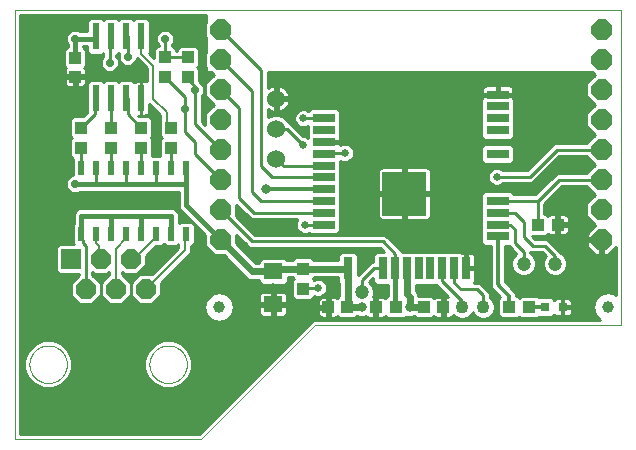
<source format=gtl>
G75*
%MOIN*%
%OFA0B0*%
%FSLAX25Y25*%
%IPPOS*%
%LPD*%
%AMOC8*
5,1,8,0,0,1.08239X$1,22.5*
%
%ADD10C,0.00000*%
%ADD11C,0.04724*%
%ADD12OC8,0.07000*%
%ADD13R,0.03150X0.03150*%
%ADD14C,0.03937*%
%ADD15R,0.04331X0.03937*%
%ADD16R,0.03937X0.04331*%
%ADD17R,0.03937X0.03937*%
%ADD18R,0.06299X0.05512*%
%ADD19C,0.04331*%
%ADD20C,0.06000*%
%ADD21R,0.07480X0.03150*%
%ADD22R,0.03150X0.07480*%
%ADD23R,0.14567X0.14567*%
%ADD24R,0.02362X0.04724*%
%ADD25R,0.02400X0.08700*%
%ADD26R,0.06600X0.06600*%
%ADD27OC8,0.06600*%
%ADD28C,0.01000*%
%ADD29C,0.02600*%
%ADD30C,0.03200*%
%ADD31C,0.01300*%
%ADD32C,0.01200*%
%ADD33OC8,0.02600*%
%ADD34C,0.02400*%
%ADD35C,0.01600*%
%ADD36C,0.00800*%
D10*
X0001500Y0001550D02*
X0001500Y0144550D01*
X0203500Y0144550D01*
X0203500Y0039550D01*
X0101500Y0039550D01*
X0063500Y0001550D01*
X0001500Y0001550D01*
X0006250Y0026550D02*
X0006252Y0026708D01*
X0006258Y0026865D01*
X0006268Y0027023D01*
X0006282Y0027180D01*
X0006300Y0027336D01*
X0006321Y0027493D01*
X0006347Y0027648D01*
X0006377Y0027803D01*
X0006410Y0027957D01*
X0006448Y0028110D01*
X0006489Y0028263D01*
X0006534Y0028414D01*
X0006583Y0028564D01*
X0006636Y0028712D01*
X0006692Y0028860D01*
X0006753Y0029005D01*
X0006816Y0029150D01*
X0006884Y0029292D01*
X0006955Y0029433D01*
X0007029Y0029572D01*
X0007107Y0029709D01*
X0007189Y0029844D01*
X0007273Y0029977D01*
X0007362Y0030108D01*
X0007453Y0030236D01*
X0007548Y0030363D01*
X0007645Y0030486D01*
X0007746Y0030608D01*
X0007850Y0030726D01*
X0007957Y0030842D01*
X0008067Y0030955D01*
X0008179Y0031066D01*
X0008295Y0031173D01*
X0008413Y0031278D01*
X0008533Y0031380D01*
X0008656Y0031478D01*
X0008782Y0031574D01*
X0008910Y0031666D01*
X0009040Y0031755D01*
X0009172Y0031841D01*
X0009307Y0031923D01*
X0009444Y0032002D01*
X0009582Y0032077D01*
X0009722Y0032149D01*
X0009865Y0032217D01*
X0010008Y0032282D01*
X0010154Y0032343D01*
X0010301Y0032400D01*
X0010449Y0032454D01*
X0010599Y0032504D01*
X0010749Y0032550D01*
X0010901Y0032592D01*
X0011054Y0032631D01*
X0011208Y0032665D01*
X0011363Y0032696D01*
X0011518Y0032722D01*
X0011674Y0032745D01*
X0011831Y0032764D01*
X0011988Y0032779D01*
X0012145Y0032790D01*
X0012303Y0032797D01*
X0012461Y0032800D01*
X0012618Y0032799D01*
X0012776Y0032794D01*
X0012933Y0032785D01*
X0013091Y0032772D01*
X0013247Y0032755D01*
X0013404Y0032734D01*
X0013559Y0032710D01*
X0013714Y0032681D01*
X0013869Y0032648D01*
X0014022Y0032612D01*
X0014175Y0032571D01*
X0014326Y0032527D01*
X0014476Y0032479D01*
X0014625Y0032428D01*
X0014773Y0032372D01*
X0014919Y0032313D01*
X0015064Y0032250D01*
X0015207Y0032183D01*
X0015348Y0032113D01*
X0015487Y0032040D01*
X0015625Y0031963D01*
X0015761Y0031882D01*
X0015894Y0031798D01*
X0016025Y0031711D01*
X0016154Y0031620D01*
X0016281Y0031526D01*
X0016406Y0031429D01*
X0016527Y0031329D01*
X0016647Y0031226D01*
X0016763Y0031120D01*
X0016877Y0031011D01*
X0016989Y0030899D01*
X0017097Y0030785D01*
X0017202Y0030667D01*
X0017305Y0030547D01*
X0017404Y0030425D01*
X0017500Y0030300D01*
X0017593Y0030172D01*
X0017683Y0030043D01*
X0017769Y0029911D01*
X0017853Y0029777D01*
X0017932Y0029641D01*
X0018009Y0029503D01*
X0018081Y0029363D01*
X0018150Y0029221D01*
X0018216Y0029078D01*
X0018278Y0028933D01*
X0018336Y0028786D01*
X0018391Y0028638D01*
X0018442Y0028489D01*
X0018489Y0028338D01*
X0018532Y0028187D01*
X0018571Y0028034D01*
X0018607Y0027880D01*
X0018638Y0027726D01*
X0018666Y0027571D01*
X0018690Y0027415D01*
X0018710Y0027258D01*
X0018726Y0027101D01*
X0018738Y0026944D01*
X0018746Y0026787D01*
X0018750Y0026629D01*
X0018750Y0026471D01*
X0018746Y0026313D01*
X0018738Y0026156D01*
X0018726Y0025999D01*
X0018710Y0025842D01*
X0018690Y0025685D01*
X0018666Y0025529D01*
X0018638Y0025374D01*
X0018607Y0025220D01*
X0018571Y0025066D01*
X0018532Y0024913D01*
X0018489Y0024762D01*
X0018442Y0024611D01*
X0018391Y0024462D01*
X0018336Y0024314D01*
X0018278Y0024167D01*
X0018216Y0024022D01*
X0018150Y0023879D01*
X0018081Y0023737D01*
X0018009Y0023597D01*
X0017932Y0023459D01*
X0017853Y0023323D01*
X0017769Y0023189D01*
X0017683Y0023057D01*
X0017593Y0022928D01*
X0017500Y0022800D01*
X0017404Y0022675D01*
X0017305Y0022553D01*
X0017202Y0022433D01*
X0017097Y0022315D01*
X0016989Y0022201D01*
X0016877Y0022089D01*
X0016763Y0021980D01*
X0016647Y0021874D01*
X0016527Y0021771D01*
X0016406Y0021671D01*
X0016281Y0021574D01*
X0016154Y0021480D01*
X0016025Y0021389D01*
X0015894Y0021302D01*
X0015761Y0021218D01*
X0015625Y0021137D01*
X0015487Y0021060D01*
X0015348Y0020987D01*
X0015207Y0020917D01*
X0015064Y0020850D01*
X0014919Y0020787D01*
X0014773Y0020728D01*
X0014625Y0020672D01*
X0014476Y0020621D01*
X0014326Y0020573D01*
X0014175Y0020529D01*
X0014022Y0020488D01*
X0013869Y0020452D01*
X0013714Y0020419D01*
X0013559Y0020390D01*
X0013404Y0020366D01*
X0013247Y0020345D01*
X0013091Y0020328D01*
X0012933Y0020315D01*
X0012776Y0020306D01*
X0012618Y0020301D01*
X0012461Y0020300D01*
X0012303Y0020303D01*
X0012145Y0020310D01*
X0011988Y0020321D01*
X0011831Y0020336D01*
X0011674Y0020355D01*
X0011518Y0020378D01*
X0011363Y0020404D01*
X0011208Y0020435D01*
X0011054Y0020469D01*
X0010901Y0020508D01*
X0010749Y0020550D01*
X0010599Y0020596D01*
X0010449Y0020646D01*
X0010301Y0020700D01*
X0010154Y0020757D01*
X0010008Y0020818D01*
X0009865Y0020883D01*
X0009722Y0020951D01*
X0009582Y0021023D01*
X0009444Y0021098D01*
X0009307Y0021177D01*
X0009172Y0021259D01*
X0009040Y0021345D01*
X0008910Y0021434D01*
X0008782Y0021526D01*
X0008656Y0021622D01*
X0008533Y0021720D01*
X0008413Y0021822D01*
X0008295Y0021927D01*
X0008179Y0022034D01*
X0008067Y0022145D01*
X0007957Y0022258D01*
X0007850Y0022374D01*
X0007746Y0022492D01*
X0007645Y0022614D01*
X0007548Y0022737D01*
X0007453Y0022864D01*
X0007362Y0022992D01*
X0007273Y0023123D01*
X0007189Y0023256D01*
X0007107Y0023391D01*
X0007029Y0023528D01*
X0006955Y0023667D01*
X0006884Y0023808D01*
X0006816Y0023950D01*
X0006753Y0024095D01*
X0006692Y0024240D01*
X0006636Y0024388D01*
X0006583Y0024536D01*
X0006534Y0024686D01*
X0006489Y0024837D01*
X0006448Y0024990D01*
X0006410Y0025143D01*
X0006377Y0025297D01*
X0006347Y0025452D01*
X0006321Y0025607D01*
X0006300Y0025764D01*
X0006282Y0025920D01*
X0006268Y0026077D01*
X0006258Y0026235D01*
X0006252Y0026392D01*
X0006250Y0026550D01*
X0046250Y0026550D02*
X0046252Y0026708D01*
X0046258Y0026865D01*
X0046268Y0027023D01*
X0046282Y0027180D01*
X0046300Y0027336D01*
X0046321Y0027493D01*
X0046347Y0027648D01*
X0046377Y0027803D01*
X0046410Y0027957D01*
X0046448Y0028110D01*
X0046489Y0028263D01*
X0046534Y0028414D01*
X0046583Y0028564D01*
X0046636Y0028712D01*
X0046692Y0028860D01*
X0046753Y0029005D01*
X0046816Y0029150D01*
X0046884Y0029292D01*
X0046955Y0029433D01*
X0047029Y0029572D01*
X0047107Y0029709D01*
X0047189Y0029844D01*
X0047273Y0029977D01*
X0047362Y0030108D01*
X0047453Y0030236D01*
X0047548Y0030363D01*
X0047645Y0030486D01*
X0047746Y0030608D01*
X0047850Y0030726D01*
X0047957Y0030842D01*
X0048067Y0030955D01*
X0048179Y0031066D01*
X0048295Y0031173D01*
X0048413Y0031278D01*
X0048533Y0031380D01*
X0048656Y0031478D01*
X0048782Y0031574D01*
X0048910Y0031666D01*
X0049040Y0031755D01*
X0049172Y0031841D01*
X0049307Y0031923D01*
X0049444Y0032002D01*
X0049582Y0032077D01*
X0049722Y0032149D01*
X0049865Y0032217D01*
X0050008Y0032282D01*
X0050154Y0032343D01*
X0050301Y0032400D01*
X0050449Y0032454D01*
X0050599Y0032504D01*
X0050749Y0032550D01*
X0050901Y0032592D01*
X0051054Y0032631D01*
X0051208Y0032665D01*
X0051363Y0032696D01*
X0051518Y0032722D01*
X0051674Y0032745D01*
X0051831Y0032764D01*
X0051988Y0032779D01*
X0052145Y0032790D01*
X0052303Y0032797D01*
X0052461Y0032800D01*
X0052618Y0032799D01*
X0052776Y0032794D01*
X0052933Y0032785D01*
X0053091Y0032772D01*
X0053247Y0032755D01*
X0053404Y0032734D01*
X0053559Y0032710D01*
X0053714Y0032681D01*
X0053869Y0032648D01*
X0054022Y0032612D01*
X0054175Y0032571D01*
X0054326Y0032527D01*
X0054476Y0032479D01*
X0054625Y0032428D01*
X0054773Y0032372D01*
X0054919Y0032313D01*
X0055064Y0032250D01*
X0055207Y0032183D01*
X0055348Y0032113D01*
X0055487Y0032040D01*
X0055625Y0031963D01*
X0055761Y0031882D01*
X0055894Y0031798D01*
X0056025Y0031711D01*
X0056154Y0031620D01*
X0056281Y0031526D01*
X0056406Y0031429D01*
X0056527Y0031329D01*
X0056647Y0031226D01*
X0056763Y0031120D01*
X0056877Y0031011D01*
X0056989Y0030899D01*
X0057097Y0030785D01*
X0057202Y0030667D01*
X0057305Y0030547D01*
X0057404Y0030425D01*
X0057500Y0030300D01*
X0057593Y0030172D01*
X0057683Y0030043D01*
X0057769Y0029911D01*
X0057853Y0029777D01*
X0057932Y0029641D01*
X0058009Y0029503D01*
X0058081Y0029363D01*
X0058150Y0029221D01*
X0058216Y0029078D01*
X0058278Y0028933D01*
X0058336Y0028786D01*
X0058391Y0028638D01*
X0058442Y0028489D01*
X0058489Y0028338D01*
X0058532Y0028187D01*
X0058571Y0028034D01*
X0058607Y0027880D01*
X0058638Y0027726D01*
X0058666Y0027571D01*
X0058690Y0027415D01*
X0058710Y0027258D01*
X0058726Y0027101D01*
X0058738Y0026944D01*
X0058746Y0026787D01*
X0058750Y0026629D01*
X0058750Y0026471D01*
X0058746Y0026313D01*
X0058738Y0026156D01*
X0058726Y0025999D01*
X0058710Y0025842D01*
X0058690Y0025685D01*
X0058666Y0025529D01*
X0058638Y0025374D01*
X0058607Y0025220D01*
X0058571Y0025066D01*
X0058532Y0024913D01*
X0058489Y0024762D01*
X0058442Y0024611D01*
X0058391Y0024462D01*
X0058336Y0024314D01*
X0058278Y0024167D01*
X0058216Y0024022D01*
X0058150Y0023879D01*
X0058081Y0023737D01*
X0058009Y0023597D01*
X0057932Y0023459D01*
X0057853Y0023323D01*
X0057769Y0023189D01*
X0057683Y0023057D01*
X0057593Y0022928D01*
X0057500Y0022800D01*
X0057404Y0022675D01*
X0057305Y0022553D01*
X0057202Y0022433D01*
X0057097Y0022315D01*
X0056989Y0022201D01*
X0056877Y0022089D01*
X0056763Y0021980D01*
X0056647Y0021874D01*
X0056527Y0021771D01*
X0056406Y0021671D01*
X0056281Y0021574D01*
X0056154Y0021480D01*
X0056025Y0021389D01*
X0055894Y0021302D01*
X0055761Y0021218D01*
X0055625Y0021137D01*
X0055487Y0021060D01*
X0055348Y0020987D01*
X0055207Y0020917D01*
X0055064Y0020850D01*
X0054919Y0020787D01*
X0054773Y0020728D01*
X0054625Y0020672D01*
X0054476Y0020621D01*
X0054326Y0020573D01*
X0054175Y0020529D01*
X0054022Y0020488D01*
X0053869Y0020452D01*
X0053714Y0020419D01*
X0053559Y0020390D01*
X0053404Y0020366D01*
X0053247Y0020345D01*
X0053091Y0020328D01*
X0052933Y0020315D01*
X0052776Y0020306D01*
X0052618Y0020301D01*
X0052461Y0020300D01*
X0052303Y0020303D01*
X0052145Y0020310D01*
X0051988Y0020321D01*
X0051831Y0020336D01*
X0051674Y0020355D01*
X0051518Y0020378D01*
X0051363Y0020404D01*
X0051208Y0020435D01*
X0051054Y0020469D01*
X0050901Y0020508D01*
X0050749Y0020550D01*
X0050599Y0020596D01*
X0050449Y0020646D01*
X0050301Y0020700D01*
X0050154Y0020757D01*
X0050008Y0020818D01*
X0049865Y0020883D01*
X0049722Y0020951D01*
X0049582Y0021023D01*
X0049444Y0021098D01*
X0049307Y0021177D01*
X0049172Y0021259D01*
X0049040Y0021345D01*
X0048910Y0021434D01*
X0048782Y0021526D01*
X0048656Y0021622D01*
X0048533Y0021720D01*
X0048413Y0021822D01*
X0048295Y0021927D01*
X0048179Y0022034D01*
X0048067Y0022145D01*
X0047957Y0022258D01*
X0047850Y0022374D01*
X0047746Y0022492D01*
X0047645Y0022614D01*
X0047548Y0022737D01*
X0047453Y0022864D01*
X0047362Y0022992D01*
X0047273Y0023123D01*
X0047189Y0023256D01*
X0047107Y0023391D01*
X0047029Y0023528D01*
X0046955Y0023667D01*
X0046884Y0023808D01*
X0046816Y0023950D01*
X0046753Y0024095D01*
X0046692Y0024240D01*
X0046636Y0024388D01*
X0046583Y0024536D01*
X0046534Y0024686D01*
X0046489Y0024837D01*
X0046448Y0024990D01*
X0046410Y0025143D01*
X0046377Y0025297D01*
X0046347Y0025452D01*
X0046321Y0025607D01*
X0046300Y0025764D01*
X0046282Y0025920D01*
X0046268Y0026077D01*
X0046258Y0026235D01*
X0046252Y0026392D01*
X0046250Y0026550D01*
D11*
X0117000Y0050550D03*
X0171000Y0060050D03*
X0181500Y0060050D03*
D12*
X0197000Y0068050D03*
X0197000Y0078050D03*
X0197000Y0088050D03*
X0197000Y0098050D03*
X0197000Y0108050D03*
X0197000Y0118050D03*
X0197000Y0128050D03*
X0197000Y0138050D03*
X0070000Y0138050D03*
X0070000Y0128050D03*
X0070000Y0118050D03*
X0070000Y0108050D03*
X0070000Y0098050D03*
X0070000Y0088050D03*
X0070000Y0078050D03*
X0070000Y0068050D03*
D13*
X0178047Y0045550D03*
X0183953Y0045550D03*
D14*
X0199000Y0045550D03*
X0069500Y0045550D03*
D15*
X0121654Y0045550D03*
X0128346Y0045550D03*
X0166154Y0045550D03*
X0172846Y0045550D03*
X0175654Y0073050D03*
X0182346Y0073050D03*
D16*
X0097500Y0058396D03*
X0097500Y0051704D03*
X0053500Y0098704D03*
X0053500Y0105396D03*
X0043500Y0105396D03*
X0043500Y0098704D03*
X0033500Y0098704D03*
X0033500Y0105396D03*
X0023500Y0105396D03*
X0023500Y0098704D03*
X0051500Y0122204D03*
X0051500Y0128896D03*
X0059000Y0128896D03*
X0059000Y0122204D03*
D17*
X0021500Y0122400D03*
X0021500Y0128700D03*
X0105850Y0045550D03*
X0112150Y0045550D03*
X0137850Y0045550D03*
X0144150Y0045550D03*
D18*
X0087500Y0046538D03*
X0087500Y0057562D03*
D19*
X0150500Y0045550D03*
X0157500Y0045550D03*
D20*
X0088500Y0095050D03*
X0088500Y0105050D03*
X0088500Y0115050D03*
D21*
X0104500Y0108550D03*
X0104500Y0104613D03*
X0104500Y0100676D03*
X0104500Y0096739D03*
X0104500Y0092802D03*
X0104500Y0088865D03*
X0104500Y0084928D03*
X0104500Y0080991D03*
X0104500Y0077054D03*
X0104500Y0073117D03*
X0162374Y0073117D03*
X0162374Y0069180D03*
X0162374Y0077054D03*
X0162374Y0080991D03*
X0162374Y0096739D03*
X0162374Y0104613D03*
X0162374Y0108550D03*
X0162374Y0112487D03*
X0162374Y0116424D03*
D22*
X0151744Y0058550D03*
X0147807Y0058550D03*
X0143870Y0058550D03*
X0139933Y0058550D03*
X0135996Y0058550D03*
X0132059Y0058550D03*
X0128122Y0058550D03*
X0124185Y0058550D03*
X0112374Y0058550D03*
D23*
X0131272Y0083432D03*
D24*
X0058500Y0092074D03*
X0053500Y0092074D03*
X0048500Y0092074D03*
X0043500Y0092074D03*
X0038500Y0092074D03*
X0033500Y0092074D03*
X0028500Y0092074D03*
X0023500Y0092074D03*
X0023500Y0070026D03*
X0028500Y0070026D03*
X0033500Y0070026D03*
X0038500Y0070026D03*
X0043500Y0070026D03*
X0048500Y0070026D03*
X0053500Y0070026D03*
X0058500Y0070026D03*
D25*
X0043500Y0115250D03*
X0038500Y0115250D03*
X0033500Y0115250D03*
X0028500Y0115250D03*
X0028500Y0135850D03*
X0033500Y0135850D03*
X0038500Y0135850D03*
X0043500Y0135850D03*
D26*
X0020000Y0061550D03*
D27*
X0025000Y0051550D03*
X0030000Y0061550D03*
X0035000Y0051550D03*
X0045000Y0051550D03*
X0040000Y0061550D03*
D28*
X0043044Y0057523D02*
X0048003Y0057523D01*
X0047030Y0056550D02*
X0042929Y0056550D01*
X0040000Y0053621D01*
X0040000Y0049479D01*
X0042929Y0046550D01*
X0047071Y0046550D01*
X0050000Y0049479D01*
X0050000Y0053580D01*
X0060100Y0063680D01*
X0060100Y0065964D01*
X0060385Y0065964D01*
X0061381Y0066960D01*
X0061381Y0073093D01*
X0060385Y0074089D01*
X0056615Y0074089D01*
X0056000Y0073474D01*
X0056000Y0076547D01*
X0055619Y0077466D01*
X0054916Y0078169D01*
X0053997Y0078550D01*
X0023003Y0078550D01*
X0022084Y0078169D01*
X0021381Y0077466D01*
X0021000Y0076547D01*
X0021000Y0073474D01*
X0020619Y0073093D01*
X0020619Y0066960D01*
X0021029Y0066550D01*
X0015996Y0066550D01*
X0015000Y0065554D01*
X0015000Y0057546D01*
X0015996Y0056550D01*
X0022800Y0056550D01*
X0022800Y0056421D01*
X0020000Y0053621D01*
X0020000Y0049479D01*
X0022929Y0046550D01*
X0027071Y0046550D01*
X0030000Y0049479D01*
X0032929Y0046550D01*
X0037071Y0046550D01*
X0040000Y0049479D01*
X0040000Y0053621D01*
X0037100Y0056521D01*
X0037100Y0057379D01*
X0037929Y0056550D01*
X0042071Y0056550D01*
X0045000Y0059479D01*
X0045000Y0062580D01*
X0048384Y0065964D01*
X0050385Y0065964D01*
X0051000Y0066579D01*
X0051615Y0065964D01*
X0055385Y0065964D01*
X0055900Y0066479D01*
X0055900Y0065420D01*
X0047030Y0056550D01*
X0049002Y0058522D02*
X0044043Y0058522D01*
X0045000Y0059520D02*
X0050000Y0059520D01*
X0050999Y0060519D02*
X0045000Y0060519D01*
X0045000Y0061517D02*
X0051997Y0061517D01*
X0052996Y0062516D02*
X0045000Y0062516D01*
X0045934Y0063514D02*
X0053994Y0063514D01*
X0054993Y0064513D02*
X0046933Y0064513D01*
X0047931Y0065511D02*
X0055900Y0065511D01*
X0058936Y0062516D02*
X0071433Y0062516D01*
X0071099Y0062850D02*
X0078845Y0055103D01*
X0079911Y0054662D01*
X0082650Y0054662D01*
X0082650Y0054102D01*
X0083646Y0053106D01*
X0091354Y0053106D01*
X0092350Y0054102D01*
X0092350Y0055496D01*
X0093862Y0055496D01*
X0094308Y0055050D01*
X0093831Y0054573D01*
X0093831Y0048834D01*
X0094827Y0047838D01*
X0100173Y0047838D01*
X0101168Y0048834D01*
X0101168Y0049354D01*
X0101903Y0049050D01*
X0103097Y0049050D01*
X0104199Y0049507D01*
X0105043Y0050351D01*
X0105500Y0051453D01*
X0105500Y0052647D01*
X0105043Y0053749D01*
X0104199Y0054593D01*
X0103097Y0055050D01*
X0101903Y0055050D01*
X0101046Y0054695D01*
X0100692Y0055050D01*
X0101138Y0055496D01*
X0109099Y0055496D01*
X0109099Y0054106D01*
X0109474Y0053731D01*
X0109474Y0049216D01*
X0108859Y0048600D01*
X0108740Y0048719D01*
X0108398Y0048916D01*
X0108016Y0049018D01*
X0106335Y0049018D01*
X0106335Y0046034D01*
X0105366Y0046034D01*
X0105366Y0045066D01*
X0102382Y0045066D01*
X0102382Y0043384D01*
X0102484Y0043003D01*
X0102682Y0042660D01*
X0102961Y0042381D01*
X0103303Y0042184D01*
X0103684Y0042081D01*
X0105366Y0042081D01*
X0105366Y0045066D01*
X0106335Y0045066D01*
X0106335Y0042081D01*
X0108016Y0042081D01*
X0108398Y0042184D01*
X0108740Y0042381D01*
X0108859Y0042500D01*
X0109477Y0041881D01*
X0114822Y0041881D01*
X0115528Y0042588D01*
X0116344Y0042250D01*
X0117656Y0042250D01*
X0118393Y0042555D01*
X0118567Y0042381D01*
X0118909Y0042184D01*
X0119291Y0042081D01*
X0121169Y0042081D01*
X0121169Y0045066D01*
X0122138Y0045066D01*
X0122138Y0042081D01*
X0124016Y0042081D01*
X0124398Y0042184D01*
X0124740Y0042381D01*
X0124859Y0042500D01*
X0125477Y0041881D01*
X0131216Y0041881D01*
X0131807Y0042472D01*
X0132344Y0042250D01*
X0133656Y0042250D01*
X0134472Y0042588D01*
X0135178Y0041881D01*
X0140523Y0041881D01*
X0141141Y0042500D01*
X0141260Y0042381D01*
X0141602Y0042184D01*
X0141984Y0042081D01*
X0143665Y0042081D01*
X0143665Y0045066D01*
X0144634Y0045066D01*
X0144634Y0042081D01*
X0146316Y0042081D01*
X0146697Y0042184D01*
X0147039Y0042381D01*
X0147318Y0042660D01*
X0147516Y0043003D01*
X0147530Y0043054D01*
X0148310Y0042273D01*
X0149731Y0041685D01*
X0151269Y0041685D01*
X0152690Y0042273D01*
X0153777Y0043360D01*
X0154000Y0043899D01*
X0154223Y0043360D01*
X0155310Y0042273D01*
X0156731Y0041685D01*
X0158269Y0041685D01*
X0159690Y0042273D01*
X0160777Y0043360D01*
X0161365Y0044781D01*
X0161365Y0046319D01*
X0160777Y0047740D01*
X0159700Y0048816D01*
X0159700Y0050461D01*
X0156411Y0053750D01*
X0154380Y0053750D01*
X0154519Y0053889D01*
X0154717Y0054231D01*
X0154819Y0054612D01*
X0154819Y0058263D01*
X0152032Y0058263D01*
X0152032Y0058837D01*
X0154819Y0058837D01*
X0154819Y0062488D01*
X0154717Y0062869D01*
X0154519Y0063211D01*
X0154240Y0063490D01*
X0153898Y0063688D01*
X0153516Y0063790D01*
X0152031Y0063790D01*
X0152031Y0058837D01*
X0151457Y0058837D01*
X0151457Y0063790D01*
X0150286Y0063790D01*
X0150086Y0063990D01*
X0130322Y0063990D01*
X0130322Y0064339D01*
X0124911Y0069750D01*
X0081411Y0069750D01*
X0075200Y0075961D01*
X0075200Y0079739D01*
X0078796Y0076143D01*
X0080085Y0074854D01*
X0095561Y0074854D01*
X0095457Y0074749D01*
X0095000Y0073647D01*
X0095000Y0072453D01*
X0095457Y0071351D01*
X0096301Y0070507D01*
X0097403Y0070050D01*
X0098597Y0070050D01*
X0099481Y0070416D01*
X0100056Y0069842D01*
X0108944Y0069842D01*
X0109940Y0070838D01*
X0109940Y0094449D01*
X0110903Y0094050D01*
X0112097Y0094050D01*
X0113199Y0094507D01*
X0114043Y0095351D01*
X0114500Y0096453D01*
X0114500Y0097647D01*
X0114043Y0098749D01*
X0113199Y0099593D01*
X0112097Y0100050D01*
X0110903Y0100050D01*
X0109801Y0099593D01*
X0109740Y0099533D01*
X0109740Y0100389D01*
X0104787Y0100389D01*
X0104787Y0100963D01*
X0109740Y0100963D01*
X0109740Y0102134D01*
X0109940Y0102334D01*
X0109940Y0110829D01*
X0108944Y0111825D01*
X0100056Y0111825D01*
X0099262Y0111031D01*
X0099199Y0111093D01*
X0098097Y0111550D01*
X0096903Y0111550D01*
X0095801Y0111093D01*
X0094957Y0110249D01*
X0094500Y0109147D01*
X0094500Y0107953D01*
X0094957Y0106851D01*
X0095801Y0106007D01*
X0096903Y0105550D01*
X0098097Y0105550D01*
X0099060Y0105949D01*
X0099060Y0102334D01*
X0099260Y0102134D01*
X0099260Y0102033D01*
X0099199Y0102093D01*
X0098097Y0102550D01*
X0097611Y0102550D01*
X0092911Y0107250D01*
X0092676Y0107250D01*
X0092484Y0107712D01*
X0091162Y0109034D01*
X0089435Y0109750D01*
X0087565Y0109750D01*
X0085838Y0109034D01*
X0085700Y0108897D01*
X0085700Y0111522D01*
X0086141Y0111201D01*
X0086773Y0110880D01*
X0087446Y0110661D01*
X0088000Y0110573D01*
X0088000Y0114550D01*
X0089000Y0114550D01*
X0089000Y0115550D01*
X0088000Y0115550D01*
X0088000Y0119527D01*
X0087446Y0119439D01*
X0086773Y0119220D01*
X0086141Y0118899D01*
X0085700Y0118578D01*
X0085700Y0124050D01*
X0193646Y0124050D01*
X0194646Y0123050D01*
X0191800Y0120204D01*
X0191800Y0115896D01*
X0194646Y0113050D01*
X0191800Y0110204D01*
X0191800Y0105896D01*
X0194646Y0103050D01*
X0191846Y0100250D01*
X0181089Y0100250D01*
X0179800Y0098961D01*
X0172089Y0091250D01*
X0164043Y0091250D01*
X0163699Y0091593D01*
X0162597Y0092050D01*
X0161403Y0092050D01*
X0160301Y0091593D01*
X0159457Y0090749D01*
X0159000Y0089647D01*
X0159000Y0088453D01*
X0159457Y0087351D01*
X0160301Y0086507D01*
X0161403Y0086050D01*
X0162597Y0086050D01*
X0163699Y0086507D01*
X0164043Y0086850D01*
X0173911Y0086850D01*
X0182911Y0095850D01*
X0191846Y0095850D01*
X0194646Y0093050D01*
X0191846Y0090250D01*
X0181955Y0090250D01*
X0180666Y0088961D01*
X0174896Y0083191D01*
X0167814Y0083191D01*
X0167814Y0083270D01*
X0166818Y0084266D01*
X0157930Y0084266D01*
X0156934Y0083270D01*
X0156934Y0066901D01*
X0157930Y0065905D01*
X0160074Y0065905D01*
X0160074Y0054199D01*
X0160024Y0054149D01*
X0160024Y0052203D01*
X0160900Y0051327D01*
X0163146Y0049081D01*
X0162288Y0048223D01*
X0162288Y0042877D01*
X0163284Y0041881D01*
X0169023Y0041881D01*
X0169500Y0042358D01*
X0169977Y0041881D01*
X0175716Y0041881D01*
X0176110Y0042275D01*
X0180326Y0042275D01*
X0181151Y0043100D01*
X0181178Y0043054D01*
X0181457Y0042775D01*
X0181799Y0042577D01*
X0182180Y0042475D01*
X0183665Y0042475D01*
X0183665Y0045263D01*
X0184240Y0045263D01*
X0184240Y0045837D01*
X0187028Y0045837D01*
X0187028Y0047322D01*
X0186925Y0047704D01*
X0186728Y0048046D01*
X0186449Y0048325D01*
X0186107Y0048523D01*
X0185725Y0048625D01*
X0184240Y0048625D01*
X0184240Y0045837D01*
X0183665Y0045837D01*
X0183665Y0048625D01*
X0182180Y0048625D01*
X0181799Y0048523D01*
X0181457Y0048325D01*
X0181178Y0048046D01*
X0181151Y0048000D01*
X0180326Y0048825D01*
X0176110Y0048825D01*
X0175716Y0049218D01*
X0169977Y0049218D01*
X0169500Y0048742D01*
X0169023Y0049218D01*
X0168504Y0049218D01*
X0168504Y0050370D01*
X0167127Y0051746D01*
X0164674Y0054199D01*
X0164674Y0065905D01*
X0166034Y0065905D01*
X0167089Y0064850D01*
X0168572Y0063367D01*
X0167556Y0062351D01*
X0166938Y0060858D01*
X0166938Y0059242D01*
X0167556Y0057749D01*
X0168699Y0056606D01*
X0170192Y0055988D01*
X0171808Y0055988D01*
X0173301Y0056606D01*
X0174444Y0057749D01*
X0175062Y0059242D01*
X0175062Y0060858D01*
X0174444Y0062351D01*
X0173301Y0063494D01*
X0173200Y0063536D01*
X0173200Y0063850D01*
X0177089Y0063850D01*
X0178322Y0062617D01*
X0178056Y0062351D01*
X0177438Y0060858D01*
X0177438Y0059242D01*
X0178056Y0057749D01*
X0179199Y0056606D01*
X0180692Y0055988D01*
X0182308Y0055988D01*
X0183801Y0056606D01*
X0184944Y0057749D01*
X0185562Y0059242D01*
X0185562Y0060858D01*
X0184944Y0062351D01*
X0183801Y0063494D01*
X0183573Y0063588D01*
X0182411Y0064750D01*
X0178911Y0068250D01*
X0174911Y0068250D01*
X0173780Y0069381D01*
X0178523Y0069381D01*
X0179141Y0070000D01*
X0179260Y0069881D01*
X0179602Y0069684D01*
X0179984Y0069581D01*
X0181862Y0069581D01*
X0181862Y0072566D01*
X0182831Y0072566D01*
X0182831Y0073534D01*
X0186012Y0073534D01*
X0186012Y0075216D01*
X0185910Y0075597D01*
X0185712Y0075940D01*
X0185433Y0076219D01*
X0185091Y0076416D01*
X0184709Y0076518D01*
X0182831Y0076518D01*
X0182831Y0073534D01*
X0181862Y0073534D01*
X0181862Y0076518D01*
X0179984Y0076518D01*
X0179602Y0076416D01*
X0179260Y0076219D01*
X0179141Y0076100D01*
X0178523Y0076718D01*
X0177854Y0076718D01*
X0177854Y0079926D01*
X0183777Y0085850D01*
X0191846Y0085850D01*
X0194646Y0083050D01*
X0191800Y0080204D01*
X0191800Y0075896D01*
X0194788Y0072909D01*
X0192000Y0070121D01*
X0192000Y0068550D01*
X0196500Y0068550D01*
X0196500Y0067550D01*
X0197500Y0067550D01*
X0197500Y0063050D01*
X0199071Y0063050D01*
X0201800Y0065779D01*
X0201800Y0049512D01*
X0201475Y0049837D01*
X0199000Y0050500D01*
X0196525Y0049837D01*
X0194713Y0048025D01*
X0194050Y0045550D01*
X0194050Y0045550D01*
X0194713Y0043075D01*
X0196525Y0041263D01*
X0196574Y0041250D01*
X0100796Y0041250D01*
X0099800Y0040254D01*
X0062796Y0003250D01*
X0003200Y0003250D01*
X0003200Y0142850D01*
X0065000Y0142850D01*
X0065000Y0140404D01*
X0064800Y0140204D01*
X0064800Y0135896D01*
X0065000Y0135696D01*
X0065000Y0130404D01*
X0064800Y0130204D01*
X0064800Y0125896D01*
X0065000Y0125696D01*
X0065000Y0124050D01*
X0066646Y0124050D01*
X0067646Y0123050D01*
X0064800Y0120204D01*
X0064800Y0115896D01*
X0067646Y0113050D01*
X0064800Y0110204D01*
X0064800Y0106361D01*
X0063700Y0107461D01*
X0063700Y0116007D01*
X0064500Y0116807D01*
X0064500Y0119293D01*
X0062743Y0121050D01*
X0062668Y0121050D01*
X0062668Y0125073D01*
X0062192Y0125550D01*
X0062668Y0126027D01*
X0062668Y0131766D01*
X0061673Y0132762D01*
X0056327Y0132762D01*
X0055331Y0131766D01*
X0055331Y0131096D01*
X0055168Y0131096D01*
X0055168Y0131766D01*
X0054173Y0132762D01*
X0053700Y0132762D01*
X0053700Y0133007D01*
X0054500Y0133807D01*
X0054500Y0136293D01*
X0052743Y0138050D01*
X0050257Y0138050D01*
X0048500Y0136293D01*
X0048500Y0133807D01*
X0049300Y0133007D01*
X0049300Y0132762D01*
X0048827Y0132762D01*
X0047831Y0131766D01*
X0047831Y0128688D01*
X0046062Y0130458D01*
X0046400Y0130796D01*
X0046400Y0140904D01*
X0045404Y0141900D01*
X0041596Y0141900D01*
X0041000Y0141304D01*
X0040404Y0141900D01*
X0036596Y0141900D01*
X0036000Y0141304D01*
X0035404Y0141900D01*
X0031596Y0141900D01*
X0031000Y0141304D01*
X0030404Y0141900D01*
X0026596Y0141900D01*
X0025600Y0140904D01*
X0025600Y0137550D01*
X0023243Y0137550D01*
X0022743Y0138050D01*
X0020257Y0138050D01*
X0018500Y0136293D01*
X0018500Y0133807D01*
X0019000Y0133307D01*
X0019000Y0132368D01*
X0018827Y0132368D01*
X0017831Y0131372D01*
X0017831Y0126027D01*
X0018450Y0125409D01*
X0018331Y0125290D01*
X0018134Y0124948D01*
X0018031Y0124566D01*
X0018031Y0122885D01*
X0021016Y0122885D01*
X0021016Y0121916D01*
X0021984Y0121916D01*
X0021984Y0118932D01*
X0023666Y0118932D01*
X0024047Y0119034D01*
X0024390Y0119232D01*
X0024669Y0119511D01*
X0024866Y0119853D01*
X0024968Y0120234D01*
X0024968Y0121916D01*
X0021984Y0121916D01*
X0021984Y0122885D01*
X0024968Y0122885D01*
X0024968Y0124566D01*
X0024866Y0124948D01*
X0024669Y0125290D01*
X0024550Y0125409D01*
X0025168Y0126027D01*
X0025168Y0131372D01*
X0024173Y0132368D01*
X0024000Y0132368D01*
X0024000Y0132550D01*
X0025600Y0132550D01*
X0025600Y0130796D01*
X0026596Y0129800D01*
X0030404Y0129800D01*
X0030800Y0130196D01*
X0030800Y0129093D01*
X0030000Y0128293D01*
X0030000Y0125807D01*
X0031757Y0124050D01*
X0034243Y0124050D01*
X0036000Y0125807D01*
X0036000Y0128293D01*
X0035200Y0129093D01*
X0035200Y0129800D01*
X0035404Y0129800D01*
X0036000Y0130396D01*
X0036052Y0130344D01*
X0036000Y0130293D01*
X0036000Y0127807D01*
X0037757Y0126050D01*
X0040243Y0126050D01*
X0042000Y0127807D01*
X0042000Y0128580D01*
X0045400Y0125180D01*
X0045400Y0120928D01*
X0045279Y0120998D01*
X0044897Y0121100D01*
X0043600Y0121100D01*
X0043600Y0115350D01*
X0043400Y0115350D01*
X0043400Y0121100D01*
X0042103Y0121100D01*
X0041721Y0120998D01*
X0041379Y0120800D01*
X0041141Y0120563D01*
X0040404Y0121300D01*
X0036596Y0121300D01*
X0036000Y0120704D01*
X0035404Y0121300D01*
X0031596Y0121300D01*
X0031000Y0120704D01*
X0030404Y0121300D01*
X0026596Y0121300D01*
X0025600Y0120304D01*
X0025600Y0110608D01*
X0024254Y0109262D01*
X0020827Y0109262D01*
X0019831Y0108266D01*
X0019831Y0102527D01*
X0020308Y0102050D01*
X0019831Y0101573D01*
X0019831Y0095834D01*
X0020619Y0095047D01*
X0020619Y0089550D01*
X0020257Y0089550D01*
X0018500Y0087793D01*
X0018500Y0085307D01*
X0020257Y0083550D01*
X0022743Y0083550D01*
X0023243Y0084050D01*
X0056000Y0084050D01*
X0056000Y0079053D01*
X0056381Y0078134D01*
X0057084Y0077431D01*
X0064800Y0069714D01*
X0064800Y0065896D01*
X0067846Y0062850D01*
X0071099Y0062850D01*
X0072432Y0061517D02*
X0057937Y0061517D01*
X0056939Y0060519D02*
X0073430Y0060519D01*
X0074429Y0059520D02*
X0055940Y0059520D01*
X0054942Y0058522D02*
X0075427Y0058522D01*
X0076426Y0057523D02*
X0053943Y0057523D01*
X0052945Y0056525D02*
X0077424Y0056525D01*
X0078423Y0055526D02*
X0051946Y0055526D01*
X0050948Y0054528D02*
X0082650Y0054528D01*
X0083223Y0053529D02*
X0050000Y0053529D01*
X0050000Y0052531D02*
X0093831Y0052531D01*
X0093831Y0053529D02*
X0091777Y0053529D01*
X0092350Y0054528D02*
X0093831Y0054528D01*
X0093831Y0051532D02*
X0050000Y0051532D01*
X0050000Y0050534D02*
X0083497Y0050534D01*
X0083429Y0050494D02*
X0083150Y0050215D01*
X0082953Y0049873D01*
X0082850Y0049492D01*
X0082850Y0047038D01*
X0087000Y0047038D01*
X0087000Y0046038D01*
X0088000Y0046038D01*
X0088000Y0042282D01*
X0090847Y0042282D01*
X0091229Y0042385D01*
X0091571Y0042582D01*
X0091850Y0042861D01*
X0092047Y0043203D01*
X0092150Y0043585D01*
X0092150Y0046038D01*
X0088000Y0046038D01*
X0088000Y0047038D01*
X0092150Y0047038D01*
X0092150Y0049492D01*
X0092047Y0049873D01*
X0091850Y0050215D01*
X0091571Y0050494D01*
X0091229Y0050692D01*
X0090847Y0050794D01*
X0088000Y0050794D01*
X0088000Y0047038D01*
X0087000Y0047038D01*
X0087000Y0050794D01*
X0084153Y0050794D01*
X0083771Y0050692D01*
X0083429Y0050494D01*
X0082862Y0049535D02*
X0072277Y0049535D01*
X0071975Y0049837D02*
X0071975Y0049837D01*
X0069500Y0050500D01*
X0067025Y0049837D01*
X0065213Y0048025D01*
X0064550Y0045550D01*
X0064550Y0045550D01*
X0065213Y0043075D01*
X0065213Y0043075D01*
X0065213Y0043075D01*
X0067025Y0041263D01*
X0069500Y0040600D01*
X0071975Y0041263D01*
X0073787Y0043075D01*
X0074450Y0045550D01*
X0073787Y0048025D01*
X0071975Y0049837D01*
X0073275Y0048537D02*
X0082850Y0048537D01*
X0082850Y0047538D02*
X0073917Y0047538D01*
X0073787Y0048025D02*
X0073787Y0048025D01*
X0074185Y0046540D02*
X0087000Y0046540D01*
X0087000Y0046038D02*
X0082850Y0046038D01*
X0082850Y0043585D01*
X0082953Y0043203D01*
X0083150Y0042861D01*
X0083429Y0042582D01*
X0083771Y0042385D01*
X0084153Y0042282D01*
X0087000Y0042282D01*
X0087000Y0046038D01*
X0087000Y0045541D02*
X0088000Y0045541D01*
X0088000Y0044543D02*
X0087000Y0044543D01*
X0087000Y0043544D02*
X0088000Y0043544D01*
X0088000Y0042546D02*
X0087000Y0042546D01*
X0083493Y0042546D02*
X0073257Y0042546D01*
X0073787Y0043075D02*
X0073787Y0043075D01*
X0073912Y0043544D02*
X0082861Y0043544D01*
X0082850Y0044543D02*
X0074180Y0044543D01*
X0074448Y0045541D02*
X0082850Y0045541D01*
X0087000Y0047538D02*
X0088000Y0047538D01*
X0088000Y0046540D02*
X0102382Y0046540D01*
X0102382Y0046034D02*
X0105366Y0046034D01*
X0105366Y0049018D01*
X0103684Y0049018D01*
X0103303Y0048916D01*
X0102961Y0048719D01*
X0102682Y0048440D01*
X0102484Y0048097D01*
X0102382Y0047716D01*
X0102382Y0046034D01*
X0102382Y0044543D02*
X0092150Y0044543D01*
X0092150Y0045541D02*
X0105366Y0045541D01*
X0105366Y0044543D02*
X0106335Y0044543D01*
X0106335Y0043544D02*
X0105366Y0043544D01*
X0105366Y0042546D02*
X0106335Y0042546D01*
X0102797Y0042546D02*
X0091507Y0042546D01*
X0092139Y0043544D02*
X0102382Y0043544D01*
X0100094Y0040549D02*
X0003200Y0040549D01*
X0003200Y0041547D02*
X0066741Y0041547D01*
X0065743Y0042546D02*
X0003200Y0042546D01*
X0003200Y0043544D02*
X0065087Y0043544D01*
X0064820Y0044543D02*
X0003200Y0044543D01*
X0003200Y0045541D02*
X0064552Y0045541D01*
X0064815Y0046540D02*
X0003200Y0046540D01*
X0003200Y0047538D02*
X0021941Y0047538D01*
X0020942Y0048537D02*
X0003200Y0048537D01*
X0003200Y0049535D02*
X0020000Y0049535D01*
X0020000Y0050534D02*
X0003200Y0050534D01*
X0003200Y0051532D02*
X0020000Y0051532D01*
X0020000Y0052531D02*
X0003200Y0052531D01*
X0003200Y0053529D02*
X0020000Y0053529D01*
X0020907Y0054528D02*
X0003200Y0054528D01*
X0003200Y0055526D02*
X0021905Y0055526D01*
X0022800Y0056525D02*
X0003200Y0056525D01*
X0003200Y0057523D02*
X0015023Y0057523D01*
X0015000Y0058522D02*
X0003200Y0058522D01*
X0003200Y0059520D02*
X0015000Y0059520D01*
X0015000Y0060519D02*
X0003200Y0060519D01*
X0003200Y0061517D02*
X0015000Y0061517D01*
X0015000Y0062516D02*
X0003200Y0062516D01*
X0003200Y0063514D02*
X0015000Y0063514D01*
X0015000Y0064513D02*
X0003200Y0064513D01*
X0003200Y0065511D02*
X0015000Y0065511D01*
X0015956Y0066510D02*
X0003200Y0066510D01*
X0003200Y0067508D02*
X0020619Y0067508D01*
X0020619Y0068507D02*
X0003200Y0068507D01*
X0003200Y0069505D02*
X0020619Y0069505D01*
X0020619Y0070504D02*
X0003200Y0070504D01*
X0003200Y0071502D02*
X0020619Y0071502D01*
X0020619Y0072501D02*
X0003200Y0072501D01*
X0003200Y0073499D02*
X0021000Y0073499D01*
X0021000Y0074498D02*
X0003200Y0074498D01*
X0003200Y0075496D02*
X0021000Y0075496D01*
X0021000Y0076495D02*
X0003200Y0076495D01*
X0003200Y0077493D02*
X0021408Y0077493D01*
X0022863Y0078492D02*
X0003200Y0078492D01*
X0003200Y0079490D02*
X0056000Y0079490D01*
X0056000Y0080489D02*
X0003200Y0080489D01*
X0003200Y0081487D02*
X0056000Y0081487D01*
X0056000Y0082486D02*
X0003200Y0082486D01*
X0003200Y0083484D02*
X0056000Y0083484D01*
X0056232Y0078492D02*
X0054137Y0078492D01*
X0055592Y0077493D02*
X0057021Y0077493D01*
X0058020Y0076495D02*
X0056000Y0076495D01*
X0056000Y0075496D02*
X0059018Y0075496D01*
X0060017Y0074498D02*
X0056000Y0074498D01*
X0056000Y0073499D02*
X0056026Y0073499D01*
X0060974Y0073499D02*
X0061015Y0073499D01*
X0061381Y0072501D02*
X0062014Y0072501D01*
X0061381Y0071502D02*
X0063012Y0071502D01*
X0064011Y0070504D02*
X0061381Y0070504D01*
X0061381Y0069505D02*
X0064800Y0069505D01*
X0064800Y0068507D02*
X0061381Y0068507D01*
X0061381Y0067508D02*
X0064800Y0067508D01*
X0064800Y0066510D02*
X0060931Y0066510D01*
X0060100Y0065511D02*
X0065185Y0065511D01*
X0066183Y0064513D02*
X0060100Y0064513D01*
X0059934Y0063514D02*
X0067182Y0063514D01*
X0075200Y0066951D02*
X0075200Y0069739D01*
X0078300Y0066639D01*
X0078300Y0066639D01*
X0079589Y0065350D01*
X0123089Y0065350D01*
X0124449Y0063990D01*
X0121906Y0063990D01*
X0120910Y0062994D01*
X0120910Y0060750D01*
X0120089Y0060750D01*
X0118800Y0059461D01*
X0115649Y0056310D01*
X0115649Y0062994D01*
X0114653Y0063990D01*
X0110095Y0063990D01*
X0109099Y0062994D01*
X0109099Y0061296D01*
X0101138Y0061296D01*
X0100173Y0062262D01*
X0094827Y0062262D01*
X0093862Y0061296D01*
X0092075Y0061296D01*
X0091354Y0062018D01*
X0083646Y0062018D01*
X0082650Y0061022D01*
X0082650Y0060462D01*
X0081689Y0060462D01*
X0075200Y0066951D01*
X0075200Y0067508D02*
X0077430Y0067508D01*
X0076432Y0068507D02*
X0075200Y0068507D01*
X0075200Y0069505D02*
X0075433Y0069505D01*
X0077662Y0073499D02*
X0095000Y0073499D01*
X0095000Y0072501D02*
X0078660Y0072501D01*
X0079659Y0071502D02*
X0095394Y0071502D01*
X0096308Y0070504D02*
X0080657Y0070504D01*
X0080500Y0067550D02*
X0070000Y0078050D01*
X0075200Y0078492D02*
X0076447Y0078492D01*
X0077445Y0077493D02*
X0075200Y0077493D01*
X0075200Y0076495D02*
X0078444Y0076495D01*
X0079442Y0075496D02*
X0075665Y0075496D01*
X0076663Y0074498D02*
X0095353Y0074498D01*
X0098000Y0073050D02*
X0098067Y0073117D01*
X0104500Y0073117D01*
X0104500Y0077054D02*
X0080996Y0077054D01*
X0076000Y0082050D01*
X0076000Y0112050D01*
X0070000Y0118050D01*
X0066258Y0114438D02*
X0063700Y0114438D01*
X0063700Y0113440D02*
X0067256Y0113440D01*
X0067037Y0112441D02*
X0063700Y0112441D01*
X0063700Y0111443D02*
X0066039Y0111443D01*
X0065040Y0110444D02*
X0063700Y0110444D01*
X0063700Y0109446D02*
X0064800Y0109446D01*
X0064800Y0108447D02*
X0063700Y0108447D01*
X0063712Y0107449D02*
X0064800Y0107449D01*
X0064800Y0106450D02*
X0064711Y0106450D01*
X0061500Y0106550D02*
X0061500Y0118050D01*
X0061500Y0119050D01*
X0059000Y0121550D01*
X0059000Y0122204D01*
X0062668Y0122426D02*
X0067023Y0122426D01*
X0067271Y0123425D02*
X0062668Y0123425D01*
X0062668Y0124423D02*
X0065000Y0124423D01*
X0065000Y0125422D02*
X0062320Y0125422D01*
X0062668Y0126420D02*
X0064800Y0126420D01*
X0064800Y0127419D02*
X0062668Y0127419D01*
X0062668Y0128418D02*
X0064800Y0128418D01*
X0064800Y0129416D02*
X0062668Y0129416D01*
X0062668Y0130415D02*
X0065000Y0130415D01*
X0065000Y0131413D02*
X0062668Y0131413D01*
X0062023Y0132412D02*
X0065000Y0132412D01*
X0065000Y0133410D02*
X0054103Y0133410D01*
X0054500Y0134409D02*
X0065000Y0134409D01*
X0065000Y0135407D02*
X0054500Y0135407D01*
X0054387Y0136406D02*
X0064800Y0136406D01*
X0064800Y0137404D02*
X0053389Y0137404D01*
X0051500Y0135050D02*
X0051500Y0128896D01*
X0059000Y0128896D01*
X0055977Y0132412D02*
X0054523Y0132412D01*
X0055168Y0131413D02*
X0055331Y0131413D01*
X0049611Y0137404D02*
X0046400Y0137404D01*
X0046400Y0136406D02*
X0048613Y0136406D01*
X0048500Y0135407D02*
X0046400Y0135407D01*
X0046400Y0134409D02*
X0048500Y0134409D01*
X0048897Y0133410D02*
X0046400Y0133410D01*
X0046400Y0132412D02*
X0048477Y0132412D01*
X0047831Y0131413D02*
X0046400Y0131413D01*
X0046105Y0130415D02*
X0047831Y0130415D01*
X0047831Y0129416D02*
X0047104Y0129416D01*
X0044160Y0126420D02*
X0040613Y0126420D01*
X0041612Y0127419D02*
X0043161Y0127419D01*
X0042163Y0128418D02*
X0042000Y0128418D01*
X0039000Y0129050D02*
X0039000Y0135850D01*
X0038500Y0135850D01*
X0033500Y0135850D02*
X0033000Y0135850D01*
X0033000Y0127050D01*
X0036000Y0127419D02*
X0036388Y0127419D01*
X0036000Y0128418D02*
X0035875Y0128418D01*
X0036000Y0129416D02*
X0035200Y0129416D01*
X0036000Y0126420D02*
X0037387Y0126420D01*
X0035615Y0125422D02*
X0045158Y0125422D01*
X0045400Y0124423D02*
X0034616Y0124423D01*
X0031384Y0124423D02*
X0024968Y0124423D01*
X0024968Y0123425D02*
X0045400Y0123425D01*
X0045400Y0122426D02*
X0021984Y0122426D01*
X0021016Y0122426D02*
X0003200Y0122426D01*
X0003200Y0121428D02*
X0018031Y0121428D01*
X0018031Y0121916D02*
X0018031Y0120234D01*
X0018134Y0119853D01*
X0018331Y0119511D01*
X0018610Y0119232D01*
X0018953Y0119034D01*
X0019334Y0118932D01*
X0021016Y0118932D01*
X0021016Y0121916D01*
X0018031Y0121916D01*
X0018031Y0120429D02*
X0003200Y0120429D01*
X0003200Y0119431D02*
X0018411Y0119431D01*
X0018031Y0123425D02*
X0003200Y0123425D01*
X0003200Y0124423D02*
X0018031Y0124423D01*
X0018436Y0125422D02*
X0003200Y0125422D01*
X0003200Y0126420D02*
X0017831Y0126420D01*
X0017831Y0127419D02*
X0003200Y0127419D01*
X0003200Y0128418D02*
X0017831Y0128418D01*
X0017831Y0129416D02*
X0003200Y0129416D01*
X0003200Y0130415D02*
X0017831Y0130415D01*
X0017872Y0131413D02*
X0003200Y0131413D01*
X0003200Y0132412D02*
X0019000Y0132412D01*
X0018897Y0133410D02*
X0003200Y0133410D01*
X0003200Y0134409D02*
X0018500Y0134409D01*
X0018500Y0135407D02*
X0003200Y0135407D01*
X0003200Y0136406D02*
X0018613Y0136406D01*
X0019611Y0137404D02*
X0003200Y0137404D01*
X0003200Y0138403D02*
X0025600Y0138403D01*
X0025600Y0139401D02*
X0003200Y0139401D01*
X0003200Y0140400D02*
X0025600Y0140400D01*
X0026094Y0141398D02*
X0003200Y0141398D01*
X0003200Y0142397D02*
X0065000Y0142397D01*
X0065000Y0141398D02*
X0045906Y0141398D01*
X0046400Y0140400D02*
X0064996Y0140400D01*
X0064800Y0139401D02*
X0046400Y0139401D01*
X0046400Y0138403D02*
X0064800Y0138403D01*
X0070000Y0138050D02*
X0083500Y0124550D01*
X0083500Y0092550D01*
X0087185Y0088865D01*
X0104500Y0088865D01*
X0104248Y0092550D02*
X0104500Y0092802D01*
X0104248Y0092550D02*
X0091000Y0092550D01*
X0088500Y0095050D01*
X0097500Y0099550D02*
X0092000Y0105050D01*
X0088500Y0105050D01*
X0091750Y0108447D02*
X0094500Y0108447D01*
X0094624Y0109446D02*
X0090169Y0109446D01*
X0089554Y0110661D02*
X0090227Y0110880D01*
X0090859Y0111201D01*
X0091432Y0111618D01*
X0091932Y0112118D01*
X0092349Y0112691D01*
X0092670Y0113323D01*
X0092889Y0113996D01*
X0092977Y0114550D01*
X0089000Y0114550D01*
X0089000Y0110573D01*
X0089554Y0110661D01*
X0089000Y0111443D02*
X0088000Y0111443D01*
X0088000Y0112441D02*
X0089000Y0112441D01*
X0089000Y0113440D02*
X0088000Y0113440D01*
X0088000Y0114438D02*
X0089000Y0114438D01*
X0089000Y0115437D02*
X0157134Y0115437D01*
X0157134Y0114966D02*
X0156934Y0114766D01*
X0156934Y0102334D01*
X0157930Y0101338D01*
X0166818Y0101338D01*
X0167814Y0102334D01*
X0167814Y0114766D01*
X0167614Y0114966D01*
X0167614Y0116137D01*
X0162661Y0116137D01*
X0162661Y0116711D01*
X0167614Y0116711D01*
X0167614Y0118196D01*
X0167512Y0118578D01*
X0167314Y0118920D01*
X0167035Y0119199D01*
X0166693Y0119397D01*
X0166312Y0119499D01*
X0162661Y0119499D01*
X0162661Y0116711D01*
X0162087Y0116711D01*
X0162087Y0116137D01*
X0157134Y0116137D01*
X0157134Y0114966D01*
X0156934Y0114438D02*
X0092959Y0114438D01*
X0092708Y0113440D02*
X0156934Y0113440D01*
X0156934Y0112441D02*
X0092167Y0112441D01*
X0091191Y0111443D02*
X0096645Y0111443D01*
X0098355Y0111443D02*
X0099674Y0111443D01*
X0097500Y0108550D02*
X0104500Y0108550D01*
X0099060Y0105452D02*
X0094710Y0105452D01*
X0095357Y0106450D02*
X0093711Y0106450D01*
X0094709Y0107449D02*
X0092594Y0107449D01*
X0095152Y0110444D02*
X0085700Y0110444D01*
X0085700Y0109446D02*
X0086831Y0109446D01*
X0085809Y0111443D02*
X0085700Y0111443D01*
X0089000Y0115550D02*
X0092977Y0115550D01*
X0092889Y0116104D01*
X0092670Y0116777D01*
X0092349Y0117409D01*
X0091932Y0117982D01*
X0091432Y0118482D01*
X0090859Y0118899D01*
X0090227Y0119220D01*
X0089554Y0119439D01*
X0089000Y0119527D01*
X0089000Y0115550D01*
X0089000Y0116435D02*
X0088000Y0116435D01*
X0088000Y0117434D02*
X0089000Y0117434D01*
X0089000Y0118432D02*
X0088000Y0118432D01*
X0088000Y0119431D02*
X0089000Y0119431D01*
X0089579Y0119431D02*
X0158183Y0119431D01*
X0158055Y0119397D02*
X0157713Y0119199D01*
X0157434Y0118920D01*
X0157236Y0118578D01*
X0157134Y0118196D01*
X0157134Y0116711D01*
X0162087Y0116711D01*
X0162087Y0119499D01*
X0158436Y0119499D01*
X0158055Y0119397D01*
X0157197Y0118432D02*
X0091482Y0118432D01*
X0092330Y0117434D02*
X0157134Y0117434D01*
X0162087Y0117434D02*
X0162661Y0117434D01*
X0162661Y0118432D02*
X0162087Y0118432D01*
X0162087Y0119431D02*
X0162661Y0119431D01*
X0162661Y0116435D02*
X0191800Y0116435D01*
X0191800Y0117434D02*
X0167614Y0117434D01*
X0167551Y0118432D02*
X0191800Y0118432D01*
X0191800Y0119431D02*
X0166565Y0119431D01*
X0167614Y0115437D02*
X0192259Y0115437D01*
X0193258Y0114438D02*
X0167814Y0114438D01*
X0167814Y0113440D02*
X0194256Y0113440D01*
X0194037Y0112441D02*
X0167814Y0112441D01*
X0167814Y0111443D02*
X0193039Y0111443D01*
X0192040Y0110444D02*
X0167814Y0110444D01*
X0167814Y0109446D02*
X0191800Y0109446D01*
X0191800Y0108447D02*
X0167814Y0108447D01*
X0167814Y0107449D02*
X0191800Y0107449D01*
X0191800Y0106450D02*
X0167814Y0106450D01*
X0167814Y0105452D02*
X0192244Y0105452D01*
X0193243Y0104453D02*
X0167814Y0104453D01*
X0167814Y0103455D02*
X0194241Y0103455D01*
X0194052Y0102456D02*
X0167814Y0102456D01*
X0166938Y0101458D02*
X0193054Y0101458D01*
X0192055Y0100459D02*
X0104787Y0100459D01*
X0104811Y0097050D02*
X0104500Y0096739D01*
X0104811Y0097050D02*
X0111500Y0097050D01*
X0114162Y0098462D02*
X0156934Y0098462D01*
X0156934Y0099018D02*
X0157930Y0100014D01*
X0166818Y0100014D01*
X0167814Y0099018D01*
X0167814Y0094460D01*
X0166818Y0093464D01*
X0157930Y0093464D01*
X0156934Y0094460D01*
X0156934Y0099018D01*
X0157377Y0099461D02*
X0113332Y0099461D01*
X0114500Y0097464D02*
X0156934Y0097464D01*
X0156934Y0096465D02*
X0114500Y0096465D01*
X0114091Y0095467D02*
X0156934Y0095467D01*
X0156934Y0094468D02*
X0113106Y0094468D01*
X0109940Y0093470D02*
X0157924Y0093470D01*
X0160180Y0091473D02*
X0139850Y0091473D01*
X0139755Y0091636D02*
X0139476Y0091916D01*
X0139134Y0092113D01*
X0138753Y0092215D01*
X0131772Y0092215D01*
X0131772Y0086478D01*
X0131597Y0086550D01*
X0130772Y0086550D01*
X0130772Y0092215D01*
X0123791Y0092215D01*
X0123409Y0092113D01*
X0123067Y0091916D01*
X0122788Y0091636D01*
X0122590Y0091294D01*
X0122488Y0090913D01*
X0122488Y0083932D01*
X0128000Y0083932D01*
X0128000Y0082953D01*
X0128009Y0082932D01*
X0122488Y0082932D01*
X0122488Y0075951D01*
X0122590Y0075569D01*
X0122788Y0075227D01*
X0123067Y0074948D01*
X0123409Y0074751D01*
X0123791Y0074648D01*
X0124666Y0074648D01*
X0124903Y0074550D01*
X0126097Y0074550D01*
X0126334Y0074648D01*
X0130772Y0074648D01*
X0130772Y0080550D01*
X0131597Y0080550D01*
X0131772Y0080622D01*
X0131772Y0074648D01*
X0136166Y0074648D01*
X0136403Y0074550D01*
X0137597Y0074550D01*
X0137834Y0074648D01*
X0138753Y0074648D01*
X0139134Y0074751D01*
X0139476Y0074948D01*
X0139755Y0075227D01*
X0139953Y0075569D01*
X0140055Y0075951D01*
X0140055Y0082932D01*
X0133991Y0082932D01*
X0134000Y0082953D01*
X0134000Y0083932D01*
X0140055Y0083932D01*
X0140055Y0090913D01*
X0139953Y0091294D01*
X0139755Y0091636D01*
X0140055Y0090474D02*
X0159343Y0090474D01*
X0159000Y0089476D02*
X0140055Y0089476D01*
X0140055Y0088477D02*
X0159000Y0088477D01*
X0159404Y0087479D02*
X0140055Y0087479D01*
X0140055Y0086480D02*
X0160365Y0086480D01*
X0162000Y0089050D02*
X0173000Y0089050D01*
X0182000Y0098050D01*
X0197000Y0098050D01*
X0193228Y0094468D02*
X0181529Y0094468D01*
X0180531Y0093470D02*
X0194226Y0093470D01*
X0194067Y0092471D02*
X0179532Y0092471D01*
X0178534Y0091473D02*
X0193069Y0091473D01*
X0192070Y0090474D02*
X0177535Y0090474D01*
X0176537Y0089476D02*
X0181180Y0089476D01*
X0180182Y0088477D02*
X0175538Y0088477D01*
X0174540Y0087479D02*
X0179183Y0087479D01*
X0178185Y0086480D02*
X0163635Y0086480D01*
X0167600Y0083484D02*
X0175189Y0083484D01*
X0176188Y0084483D02*
X0140055Y0084483D01*
X0140055Y0085482D02*
X0177186Y0085482D01*
X0179415Y0081487D02*
X0193084Y0081487D01*
X0192085Y0080489D02*
X0178416Y0080489D01*
X0177854Y0079490D02*
X0191800Y0079490D01*
X0191800Y0078492D02*
X0177854Y0078492D01*
X0177854Y0077493D02*
X0191800Y0077493D01*
X0191800Y0076495D02*
X0184797Y0076495D01*
X0185937Y0075496D02*
X0192200Y0075496D01*
X0193198Y0074498D02*
X0186012Y0074498D01*
X0186012Y0072566D02*
X0182831Y0072566D01*
X0182831Y0069581D01*
X0184709Y0069581D01*
X0185091Y0069684D01*
X0185433Y0069881D01*
X0185712Y0070160D01*
X0185910Y0070503D01*
X0186012Y0070884D01*
X0186012Y0072566D01*
X0186012Y0072501D02*
X0194380Y0072501D01*
X0194197Y0073499D02*
X0182831Y0073499D01*
X0182831Y0072501D02*
X0181862Y0072501D01*
X0181862Y0071502D02*
X0182831Y0071502D01*
X0182831Y0070504D02*
X0181862Y0070504D01*
X0178647Y0069505D02*
X0192000Y0069505D01*
X0192383Y0070504D02*
X0185910Y0070504D01*
X0186012Y0071502D02*
X0193381Y0071502D01*
X0192000Y0067550D02*
X0192000Y0065979D01*
X0194929Y0063050D01*
X0196500Y0063050D01*
X0196500Y0067550D01*
X0192000Y0067550D01*
X0192000Y0067508D02*
X0179653Y0067508D01*
X0180651Y0066510D02*
X0192000Y0066510D01*
X0192468Y0065511D02*
X0181650Y0065511D01*
X0182648Y0064513D02*
X0193466Y0064513D01*
X0194465Y0063514D02*
X0183752Y0063514D01*
X0184779Y0062516D02*
X0201800Y0062516D01*
X0201800Y0063514D02*
X0199535Y0063514D01*
X0200534Y0064513D02*
X0201800Y0064513D01*
X0201800Y0065511D02*
X0201532Y0065511D01*
X0201800Y0061517D02*
X0185289Y0061517D01*
X0185562Y0060519D02*
X0201800Y0060519D01*
X0201800Y0059520D02*
X0185562Y0059520D01*
X0185264Y0058522D02*
X0201800Y0058522D01*
X0201800Y0057523D02*
X0184718Y0057523D01*
X0183604Y0056525D02*
X0201800Y0056525D01*
X0201800Y0055526D02*
X0164674Y0055526D01*
X0164674Y0054528D02*
X0201800Y0054528D01*
X0201800Y0053529D02*
X0165344Y0053529D01*
X0166343Y0052531D02*
X0201800Y0052531D01*
X0201800Y0051532D02*
X0167341Y0051532D01*
X0168340Y0050534D02*
X0201800Y0050534D01*
X0201475Y0049837D02*
X0201475Y0049837D01*
X0201777Y0049535D02*
X0201800Y0049535D01*
X0199000Y0050500D02*
X0199000Y0050500D01*
X0196525Y0049837D02*
X0196525Y0049837D01*
X0196223Y0049535D02*
X0168504Y0049535D01*
X0162691Y0049535D02*
X0159700Y0049535D01*
X0159628Y0050534D02*
X0161693Y0050534D01*
X0160694Y0051532D02*
X0158629Y0051532D01*
X0157631Y0052531D02*
X0160024Y0052531D01*
X0160024Y0053529D02*
X0156632Y0053529D01*
X0154796Y0054528D02*
X0160074Y0054528D01*
X0160074Y0055526D02*
X0154819Y0055526D01*
X0154819Y0056525D02*
X0160074Y0056525D01*
X0160074Y0057523D02*
X0154819Y0057523D01*
X0154819Y0059520D02*
X0160074Y0059520D01*
X0160074Y0058522D02*
X0152032Y0058522D01*
X0152031Y0059520D02*
X0151457Y0059520D01*
X0151457Y0060519D02*
X0152031Y0060519D01*
X0152031Y0061517D02*
X0151457Y0061517D01*
X0151457Y0062516D02*
X0152031Y0062516D01*
X0152031Y0063514D02*
X0151457Y0063514D01*
X0154199Y0063514D02*
X0160074Y0063514D01*
X0160074Y0062516D02*
X0154811Y0062516D01*
X0154819Y0061517D02*
X0160074Y0061517D01*
X0160074Y0060519D02*
X0154819Y0060519D01*
X0157325Y0066510D02*
X0128151Y0066510D01*
X0127153Y0067508D02*
X0156934Y0067508D01*
X0156934Y0068507D02*
X0126154Y0068507D01*
X0125156Y0069505D02*
X0156934Y0069505D01*
X0156934Y0070504D02*
X0109606Y0070504D01*
X0109940Y0071502D02*
X0156934Y0071502D01*
X0156934Y0072501D02*
X0109940Y0072501D01*
X0109940Y0073499D02*
X0156934Y0073499D01*
X0156934Y0074498D02*
X0109940Y0074498D01*
X0109940Y0075496D02*
X0122633Y0075496D01*
X0122488Y0076495D02*
X0109940Y0076495D01*
X0109940Y0077493D02*
X0122488Y0077493D01*
X0122488Y0078492D02*
X0109940Y0078492D01*
X0109940Y0079490D02*
X0122488Y0079490D01*
X0122488Y0080489D02*
X0109940Y0080489D01*
X0109940Y0081487D02*
X0122488Y0081487D01*
X0122488Y0082486D02*
X0109940Y0082486D01*
X0109940Y0083484D02*
X0128000Y0083484D01*
X0130772Y0087479D02*
X0131772Y0087479D01*
X0131772Y0088477D02*
X0130772Y0088477D01*
X0130772Y0089476D02*
X0131772Y0089476D01*
X0131772Y0090474D02*
X0130772Y0090474D01*
X0130772Y0091473D02*
X0131772Y0091473D01*
X0131766Y0086480D02*
X0131772Y0086480D01*
X0134000Y0083484D02*
X0157148Y0083484D01*
X0156934Y0082486D02*
X0140055Y0082486D01*
X0140055Y0081487D02*
X0156934Y0081487D01*
X0156934Y0080489D02*
X0140055Y0080489D01*
X0140055Y0079490D02*
X0156934Y0079490D01*
X0156934Y0078492D02*
X0140055Y0078492D01*
X0140055Y0077493D02*
X0156934Y0077493D01*
X0156934Y0076495D02*
X0140055Y0076495D01*
X0139911Y0075496D02*
X0156934Y0075496D01*
X0162374Y0077054D02*
X0167996Y0077054D01*
X0171000Y0074050D01*
X0171000Y0069050D01*
X0174000Y0066050D01*
X0178000Y0066050D01*
X0181500Y0062550D01*
X0181500Y0060050D01*
X0177736Y0058522D02*
X0174764Y0058522D01*
X0175062Y0059520D02*
X0177438Y0059520D01*
X0177438Y0060519D02*
X0175062Y0060519D01*
X0174789Y0061517D02*
X0177711Y0061517D01*
X0178221Y0062516D02*
X0174279Y0062516D01*
X0173252Y0063514D02*
X0177424Y0063514D01*
X0174654Y0068507D02*
X0196500Y0068507D01*
X0196500Y0067508D02*
X0197500Y0067508D01*
X0197500Y0066510D02*
X0196500Y0066510D01*
X0196500Y0065511D02*
X0197500Y0065511D01*
X0197500Y0064513D02*
X0196500Y0064513D01*
X0196500Y0063514D02*
X0197500Y0063514D01*
X0195225Y0048537D02*
X0186054Y0048537D01*
X0186970Y0047538D02*
X0194583Y0047538D01*
X0194713Y0048025D02*
X0194713Y0048025D01*
X0194315Y0046540D02*
X0187028Y0046540D01*
X0187028Y0045263D02*
X0184240Y0045263D01*
X0184240Y0042475D01*
X0185725Y0042475D01*
X0186107Y0042577D01*
X0186449Y0042775D01*
X0186728Y0043054D01*
X0186925Y0043396D01*
X0187028Y0043778D01*
X0187028Y0045263D01*
X0187028Y0044543D02*
X0194320Y0044543D01*
X0194052Y0045541D02*
X0184240Y0045541D01*
X0184240Y0044543D02*
X0183665Y0044543D01*
X0183665Y0043544D02*
X0184240Y0043544D01*
X0184240Y0042546D02*
X0183665Y0042546D01*
X0181918Y0042546D02*
X0180597Y0042546D01*
X0183665Y0046540D02*
X0184240Y0046540D01*
X0184240Y0047538D02*
X0183665Y0047538D01*
X0183665Y0048537D02*
X0184240Y0048537D01*
X0181851Y0048537D02*
X0180614Y0048537D01*
X0185988Y0042546D02*
X0195243Y0042546D01*
X0194713Y0043075D02*
X0194713Y0043075D01*
X0194587Y0043544D02*
X0186965Y0043544D01*
X0196241Y0041547D02*
X0072259Y0041547D01*
X0071975Y0041263D02*
X0071975Y0041263D01*
X0069500Y0040600D02*
X0069500Y0040600D01*
X0065083Y0047538D02*
X0048059Y0047538D01*
X0049058Y0048537D02*
X0065725Y0048537D01*
X0065213Y0048025D02*
X0065213Y0048025D01*
X0066723Y0049535D02*
X0050000Y0049535D01*
X0041941Y0047538D02*
X0038059Y0047538D01*
X0039058Y0048537D02*
X0040942Y0048537D01*
X0040000Y0049535D02*
X0040000Y0049535D01*
X0040000Y0050534D02*
X0040000Y0050534D01*
X0040000Y0051532D02*
X0040000Y0051532D01*
X0040000Y0052531D02*
X0040000Y0052531D01*
X0040000Y0053529D02*
X0040000Y0053529D01*
X0039093Y0054528D02*
X0040907Y0054528D01*
X0041905Y0055526D02*
X0038095Y0055526D01*
X0037100Y0056525D02*
X0042904Y0056525D01*
X0032900Y0056525D02*
X0027200Y0056525D01*
X0027200Y0056421D02*
X0027200Y0057279D01*
X0027929Y0056550D01*
X0032071Y0056550D01*
X0032900Y0057379D01*
X0032900Y0056521D01*
X0030000Y0053621D01*
X0030000Y0049479D01*
X0030000Y0053621D01*
X0027200Y0056421D01*
X0028095Y0055526D02*
X0031905Y0055526D01*
X0030907Y0054528D02*
X0029093Y0054528D01*
X0030000Y0053529D02*
X0030000Y0053529D01*
X0030000Y0052531D02*
X0030000Y0052531D01*
X0030000Y0051532D02*
X0030000Y0051532D01*
X0030000Y0050534D02*
X0030000Y0050534D01*
X0030000Y0049535D02*
X0030000Y0049535D01*
X0029058Y0048537D02*
X0030942Y0048537D01*
X0031941Y0047538D02*
X0028059Y0047538D01*
X0025000Y0051550D02*
X0025000Y0066050D01*
X0024000Y0067050D01*
X0024000Y0068050D01*
X0023500Y0068550D01*
X0023500Y0070026D01*
X0019324Y0084483D02*
X0003200Y0084483D01*
X0003200Y0085482D02*
X0018500Y0085482D01*
X0018500Y0086480D02*
X0003200Y0086480D01*
X0003200Y0087479D02*
X0018500Y0087479D01*
X0019184Y0088477D02*
X0003200Y0088477D01*
X0003200Y0089476D02*
X0020183Y0089476D01*
X0020619Y0090474D02*
X0003200Y0090474D01*
X0003200Y0091473D02*
X0020619Y0091473D01*
X0020619Y0092471D02*
X0003200Y0092471D01*
X0003200Y0093470D02*
X0020619Y0093470D01*
X0020619Y0094468D02*
X0003200Y0094468D01*
X0003200Y0095467D02*
X0020199Y0095467D01*
X0019831Y0096465D02*
X0003200Y0096465D01*
X0003200Y0097464D02*
X0019831Y0097464D01*
X0019831Y0098462D02*
X0003200Y0098462D01*
X0003200Y0099461D02*
X0019831Y0099461D01*
X0019831Y0100459D02*
X0003200Y0100459D01*
X0003200Y0101458D02*
X0019831Y0101458D01*
X0019902Y0102456D02*
X0003200Y0102456D01*
X0003200Y0103455D02*
X0019831Y0103455D01*
X0019831Y0104453D02*
X0003200Y0104453D01*
X0003200Y0105452D02*
X0019831Y0105452D01*
X0019831Y0106450D02*
X0003200Y0106450D01*
X0003200Y0107449D02*
X0019831Y0107449D01*
X0020013Y0108447D02*
X0003200Y0108447D01*
X0003200Y0109446D02*
X0024438Y0109446D01*
X0025437Y0110444D02*
X0003200Y0110444D01*
X0003200Y0111443D02*
X0025600Y0111443D01*
X0025600Y0112441D02*
X0003200Y0112441D01*
X0003200Y0113440D02*
X0025600Y0113440D01*
X0025600Y0114438D02*
X0003200Y0114438D01*
X0003200Y0115437D02*
X0025600Y0115437D01*
X0025600Y0116435D02*
X0003200Y0116435D01*
X0003200Y0117434D02*
X0025600Y0117434D01*
X0025600Y0118432D02*
X0003200Y0118432D01*
X0021016Y0119431D02*
X0021984Y0119431D01*
X0021984Y0120429D02*
X0021016Y0120429D01*
X0021016Y0121428D02*
X0021984Y0121428D01*
X0024589Y0119431D02*
X0025600Y0119431D01*
X0025725Y0120429D02*
X0024968Y0120429D01*
X0024968Y0121428D02*
X0045400Y0121428D01*
X0043600Y0120429D02*
X0043400Y0120429D01*
X0043400Y0119431D02*
X0043600Y0119431D01*
X0043600Y0118432D02*
X0043400Y0118432D01*
X0043400Y0117434D02*
X0043600Y0117434D01*
X0043600Y0116435D02*
X0043400Y0116435D01*
X0043400Y0115437D02*
X0043600Y0115437D01*
X0043600Y0115150D02*
X0043600Y0109400D01*
X0044897Y0109400D01*
X0045279Y0109502D01*
X0045621Y0109700D01*
X0045900Y0109979D01*
X0046098Y0110321D01*
X0046200Y0110703D01*
X0046200Y0113380D01*
X0049900Y0109680D01*
X0049900Y0108334D01*
X0049831Y0108266D01*
X0049831Y0102527D01*
X0050308Y0102050D01*
X0049831Y0101573D01*
X0049831Y0096136D01*
X0047168Y0096136D01*
X0047168Y0101573D01*
X0046692Y0102050D01*
X0047168Y0102527D01*
X0047168Y0108266D01*
X0046173Y0109262D01*
X0042746Y0109262D01*
X0042608Y0109400D01*
X0043400Y0109400D01*
X0043400Y0115150D01*
X0043600Y0115150D01*
X0043600Y0114438D02*
X0043400Y0114438D01*
X0043400Y0113440D02*
X0043600Y0113440D01*
X0043600Y0112441D02*
X0043400Y0112441D01*
X0043400Y0111443D02*
X0043600Y0111443D01*
X0043600Y0110444D02*
X0043400Y0110444D01*
X0043400Y0109446D02*
X0043600Y0109446D01*
X0045068Y0109446D02*
X0049900Y0109446D01*
X0049900Y0108447D02*
X0046987Y0108447D01*
X0047168Y0107449D02*
X0049831Y0107449D01*
X0049831Y0106450D02*
X0047168Y0106450D01*
X0047168Y0105452D02*
X0049831Y0105452D01*
X0049831Y0104453D02*
X0047168Y0104453D01*
X0047168Y0103455D02*
X0049831Y0103455D01*
X0049902Y0102456D02*
X0047098Y0102456D01*
X0047168Y0101458D02*
X0049831Y0101458D01*
X0049831Y0100459D02*
X0047168Y0100459D01*
X0047168Y0099461D02*
X0049831Y0099461D01*
X0049831Y0098462D02*
X0047168Y0098462D01*
X0047168Y0097464D02*
X0049831Y0097464D01*
X0049831Y0096465D02*
X0047168Y0096465D01*
X0043500Y0098704D02*
X0043500Y0092074D01*
X0048500Y0092074D02*
X0048500Y0086550D01*
X0053500Y0092074D02*
X0053500Y0098704D01*
X0058000Y0104050D02*
X0058000Y0111550D01*
X0058000Y0115704D01*
X0051500Y0122204D01*
X0047139Y0112441D02*
X0046200Y0112441D01*
X0046200Y0111443D02*
X0048137Y0111443D01*
X0049136Y0110444D02*
X0046131Y0110444D01*
X0043500Y0105396D02*
X0039000Y0109896D01*
X0039000Y0115250D01*
X0038500Y0115250D01*
X0033500Y0115250D02*
X0033500Y0105396D01*
X0033500Y0098704D02*
X0033500Y0092074D01*
X0038500Y0092074D02*
X0038500Y0086550D01*
X0028500Y0086550D02*
X0028500Y0092074D01*
X0023500Y0092074D02*
X0023500Y0098704D01*
X0023500Y0105396D02*
X0028000Y0109896D01*
X0028000Y0115250D01*
X0028500Y0115250D01*
X0030385Y0125422D02*
X0024564Y0125422D01*
X0025168Y0126420D02*
X0030000Y0126420D01*
X0030000Y0127419D02*
X0025168Y0127419D01*
X0025168Y0128418D02*
X0030125Y0128418D01*
X0030800Y0129416D02*
X0025168Y0129416D01*
X0025168Y0130415D02*
X0025981Y0130415D01*
X0025600Y0131413D02*
X0025128Y0131413D01*
X0025600Y0132412D02*
X0024000Y0132412D01*
X0030906Y0141398D02*
X0031094Y0141398D01*
X0035906Y0141398D02*
X0036094Y0141398D01*
X0040906Y0141398D02*
X0041094Y0141398D01*
X0062668Y0121428D02*
X0066024Y0121428D01*
X0065026Y0120429D02*
X0063363Y0120429D01*
X0064362Y0119431D02*
X0064800Y0119431D01*
X0064800Y0118432D02*
X0064500Y0118432D01*
X0064500Y0117434D02*
X0064800Y0117434D01*
X0064800Y0116435D02*
X0064128Y0116435D01*
X0063700Y0115437D02*
X0065259Y0115437D01*
X0061500Y0106550D02*
X0070000Y0098050D01*
X0061500Y0096550D02*
X0061500Y0100550D01*
X0058000Y0104050D01*
X0061500Y0096550D02*
X0070000Y0088050D01*
X0075200Y0079490D02*
X0075448Y0079490D01*
X0080500Y0084050D02*
X0080500Y0117550D01*
X0070000Y0128050D01*
X0085700Y0123425D02*
X0194271Y0123425D01*
X0194023Y0122426D02*
X0085700Y0122426D01*
X0085700Y0121428D02*
X0193024Y0121428D01*
X0192026Y0120429D02*
X0085700Y0120429D01*
X0085700Y0119431D02*
X0087421Y0119431D01*
X0092781Y0116435D02*
X0162087Y0116435D01*
X0156934Y0111443D02*
X0109326Y0111443D01*
X0109940Y0110444D02*
X0156934Y0110444D01*
X0156934Y0109446D02*
X0109940Y0109446D01*
X0109940Y0108447D02*
X0156934Y0108447D01*
X0156934Y0107449D02*
X0109940Y0107449D01*
X0109940Y0106450D02*
X0156934Y0106450D01*
X0156934Y0105452D02*
X0109940Y0105452D01*
X0109940Y0104453D02*
X0156934Y0104453D01*
X0156934Y0103455D02*
X0109940Y0103455D01*
X0109940Y0102456D02*
X0156934Y0102456D01*
X0157810Y0101458D02*
X0109740Y0101458D01*
X0109940Y0092471D02*
X0173310Y0092471D01*
X0174308Y0093470D02*
X0166824Y0093470D01*
X0167814Y0094468D02*
X0175307Y0094468D01*
X0176305Y0095467D02*
X0167814Y0095467D01*
X0167814Y0096465D02*
X0177304Y0096465D01*
X0178302Y0097464D02*
X0167814Y0097464D01*
X0167814Y0098462D02*
X0179301Y0098462D01*
X0180299Y0099461D02*
X0167371Y0099461D01*
X0163820Y0091473D02*
X0172311Y0091473D01*
X0180413Y0082486D02*
X0194082Y0082486D01*
X0194212Y0083484D02*
X0181412Y0083484D01*
X0182410Y0084483D02*
X0193213Y0084483D01*
X0192215Y0085482D02*
X0183409Y0085482D01*
X0182866Y0088050D02*
X0197000Y0088050D01*
X0192229Y0095467D02*
X0182528Y0095467D01*
X0182866Y0088050D02*
X0175654Y0080837D01*
X0175500Y0080991D01*
X0162374Y0080991D01*
X0162374Y0073117D02*
X0166433Y0073117D01*
X0168000Y0071550D01*
X0168000Y0067050D01*
X0171000Y0064050D01*
X0171000Y0060050D01*
X0174218Y0057523D02*
X0178282Y0057523D01*
X0179396Y0056525D02*
X0173104Y0056525D01*
X0168896Y0056525D02*
X0164674Y0056525D01*
X0164674Y0057523D02*
X0167782Y0057523D01*
X0167236Y0058522D02*
X0164674Y0058522D01*
X0164674Y0059520D02*
X0166938Y0059520D01*
X0166938Y0060519D02*
X0164674Y0060519D01*
X0164674Y0061517D02*
X0167211Y0061517D01*
X0167721Y0062516D02*
X0164674Y0062516D01*
X0164674Y0063514D02*
X0168424Y0063514D01*
X0167426Y0064513D02*
X0164674Y0064513D01*
X0164674Y0065511D02*
X0166427Y0065511D01*
X0160074Y0065511D02*
X0129150Y0065511D01*
X0130148Y0064513D02*
X0160074Y0064513D01*
X0147807Y0058550D02*
X0147807Y0053743D01*
X0150000Y0051550D01*
X0155500Y0051550D01*
X0157500Y0049550D01*
X0157500Y0045550D01*
X0154147Y0043544D02*
X0153853Y0043544D01*
X0152962Y0042546D02*
X0155038Y0042546D01*
X0150500Y0045550D02*
X0150500Y0047550D01*
X0143870Y0054180D01*
X0143870Y0058550D01*
X0141829Y0053110D02*
X0145920Y0049018D01*
X0144634Y0049018D01*
X0144634Y0046034D01*
X0143665Y0046034D01*
X0143665Y0049018D01*
X0141984Y0049018D01*
X0141602Y0048916D01*
X0141260Y0048719D01*
X0141141Y0048600D01*
X0140523Y0049218D01*
X0135900Y0049218D01*
X0135900Y0049627D01*
X0135458Y0050693D01*
X0134959Y0051192D01*
X0134959Y0053110D01*
X0141829Y0053110D01*
X0142408Y0052531D02*
X0134959Y0052531D01*
X0134959Y0051532D02*
X0143407Y0051532D01*
X0144405Y0050534D02*
X0135524Y0050534D01*
X0135900Y0049535D02*
X0145404Y0049535D01*
X0144634Y0048537D02*
X0143665Y0048537D01*
X0143665Y0047538D02*
X0144634Y0047538D01*
X0144634Y0046540D02*
X0143665Y0046540D01*
X0143665Y0044543D02*
X0144634Y0044543D01*
X0144634Y0043544D02*
X0143665Y0043544D01*
X0143665Y0042546D02*
X0144634Y0042546D01*
X0147203Y0042546D02*
X0148038Y0042546D01*
X0159962Y0042546D02*
X0162620Y0042546D01*
X0162288Y0043544D02*
X0160853Y0043544D01*
X0161267Y0044543D02*
X0162288Y0044543D01*
X0162288Y0045541D02*
X0161365Y0045541D01*
X0161274Y0046540D02*
X0162288Y0046540D01*
X0162288Y0047538D02*
X0160860Y0047538D01*
X0159980Y0048537D02*
X0162602Y0048537D01*
X0175654Y0073050D02*
X0175654Y0080837D01*
X0178747Y0076495D02*
X0179896Y0076495D01*
X0181862Y0076495D02*
X0182831Y0076495D01*
X0182831Y0075496D02*
X0181862Y0075496D01*
X0181862Y0074498D02*
X0182831Y0074498D01*
X0196525Y0041263D02*
X0196525Y0041263D01*
X0134514Y0042546D02*
X0134370Y0042546D01*
X0125622Y0049218D02*
X0125477Y0049218D01*
X0124859Y0048600D01*
X0124740Y0048719D01*
X0124398Y0048916D01*
X0124016Y0049018D01*
X0122138Y0049018D01*
X0122138Y0046034D01*
X0121169Y0046034D01*
X0121169Y0049018D01*
X0120763Y0049018D01*
X0121062Y0049742D01*
X0121062Y0051358D01*
X0120444Y0052851D01*
X0119428Y0053867D01*
X0120910Y0055349D01*
X0120910Y0054106D01*
X0121906Y0053110D01*
X0125622Y0053110D01*
X0125622Y0049218D01*
X0125622Y0049535D02*
X0120977Y0049535D01*
X0121062Y0050534D02*
X0125622Y0050534D01*
X0125622Y0051532D02*
X0120990Y0051532D01*
X0120576Y0052531D02*
X0125622Y0052531D01*
X0121487Y0053529D02*
X0119766Y0053529D01*
X0120089Y0054528D02*
X0120910Y0054528D01*
X0117000Y0054550D02*
X0117000Y0050550D01*
X0117000Y0054550D02*
X0121000Y0058550D01*
X0124185Y0058550D01*
X0128122Y0058550D02*
X0128122Y0063428D01*
X0124000Y0067550D01*
X0080500Y0067550D01*
X0079427Y0065511D02*
X0076640Y0065511D01*
X0077638Y0064513D02*
X0123926Y0064513D01*
X0121430Y0063514D02*
X0115129Y0063514D01*
X0115649Y0062516D02*
X0120910Y0062516D01*
X0120910Y0061517D02*
X0115649Y0061517D01*
X0115649Y0060519D02*
X0119857Y0060519D01*
X0118859Y0059520D02*
X0115649Y0059520D01*
X0115649Y0058522D02*
X0117860Y0058522D01*
X0116862Y0057523D02*
X0115649Y0057523D01*
X0115649Y0056525D02*
X0115863Y0056525D01*
X0109099Y0054528D02*
X0104265Y0054528D01*
X0105134Y0053529D02*
X0109474Y0053529D01*
X0109474Y0052531D02*
X0105500Y0052531D01*
X0105500Y0051532D02*
X0109474Y0051532D01*
X0109474Y0050534D02*
X0105119Y0050534D01*
X0104228Y0049535D02*
X0109474Y0049535D01*
X0106335Y0048537D02*
X0105366Y0048537D01*
X0105366Y0047538D02*
X0106335Y0047538D01*
X0106335Y0046540D02*
X0105366Y0046540D01*
X0102779Y0048537D02*
X0100871Y0048537D01*
X0102382Y0047538D02*
X0092150Y0047538D01*
X0092150Y0048537D02*
X0094129Y0048537D01*
X0093831Y0049535D02*
X0092138Y0049535D01*
X0091503Y0050534D02*
X0093831Y0050534D01*
X0097500Y0051704D02*
X0097846Y0052050D01*
X0102500Y0052050D01*
X0100917Y0061517D02*
X0109099Y0061517D01*
X0109099Y0062516D02*
X0079635Y0062516D01*
X0078637Y0063514D02*
X0109619Y0063514D01*
X0121169Y0048537D02*
X0122138Y0048537D01*
X0122138Y0047538D02*
X0121169Y0047538D01*
X0121169Y0046540D02*
X0122138Y0046540D01*
X0122138Y0044543D02*
X0121169Y0044543D01*
X0121169Y0043544D02*
X0122138Y0043544D01*
X0122138Y0042546D02*
X0121169Y0042546D01*
X0118403Y0042546D02*
X0118370Y0042546D01*
X0115630Y0042546D02*
X0115486Y0042546D01*
X0099800Y0040254D02*
X0099800Y0040254D01*
X0099096Y0039550D02*
X0003200Y0039550D01*
X0003200Y0038551D02*
X0098097Y0038551D01*
X0097099Y0037553D02*
X0003200Y0037553D01*
X0003200Y0036554D02*
X0096100Y0036554D01*
X0095102Y0035556D02*
X0003200Y0035556D01*
X0003200Y0034557D02*
X0094103Y0034557D01*
X0093105Y0033559D02*
X0056353Y0033559D01*
X0057003Y0033290D02*
X0054081Y0034500D01*
X0050919Y0034500D01*
X0047997Y0033290D01*
X0045760Y0031053D01*
X0044550Y0028131D01*
X0044550Y0024969D01*
X0045760Y0022047D01*
X0047997Y0019810D01*
X0050919Y0018600D01*
X0054081Y0018600D01*
X0057003Y0019810D01*
X0059240Y0022047D01*
X0060450Y0024969D01*
X0060450Y0028131D01*
X0059240Y0031053D01*
X0057003Y0033290D01*
X0057733Y0032560D02*
X0092106Y0032560D01*
X0091108Y0031562D02*
X0058731Y0031562D01*
X0059443Y0030563D02*
X0090109Y0030563D01*
X0089111Y0029565D02*
X0059856Y0029565D01*
X0060270Y0028566D02*
X0088112Y0028566D01*
X0087114Y0027568D02*
X0060450Y0027568D01*
X0060450Y0026569D02*
X0086115Y0026569D01*
X0085117Y0025571D02*
X0060450Y0025571D01*
X0060286Y0024572D02*
X0084118Y0024572D01*
X0083120Y0023574D02*
X0059872Y0023574D01*
X0059459Y0022575D02*
X0082121Y0022575D01*
X0081123Y0021577D02*
X0058770Y0021577D01*
X0057771Y0020578D02*
X0080124Y0020578D01*
X0079126Y0019580D02*
X0056447Y0019580D01*
X0048553Y0019580D02*
X0016447Y0019580D01*
X0017003Y0019810D02*
X0019240Y0022047D01*
X0020450Y0024969D01*
X0020450Y0028131D01*
X0019240Y0031053D01*
X0017003Y0033290D01*
X0014081Y0034500D01*
X0010919Y0034500D01*
X0007997Y0033290D01*
X0005760Y0031053D01*
X0004550Y0028131D01*
X0004550Y0024969D01*
X0005760Y0022047D01*
X0007997Y0019810D01*
X0010919Y0018600D01*
X0014081Y0018600D01*
X0017003Y0019810D01*
X0017771Y0020578D02*
X0047229Y0020578D01*
X0046230Y0021577D02*
X0018770Y0021577D01*
X0019459Y0022575D02*
X0045541Y0022575D01*
X0045128Y0023574D02*
X0019872Y0023574D01*
X0020286Y0024572D02*
X0044714Y0024572D01*
X0044550Y0025571D02*
X0020450Y0025571D01*
X0020450Y0026569D02*
X0044550Y0026569D01*
X0044550Y0027568D02*
X0020450Y0027568D01*
X0020270Y0028566D02*
X0044730Y0028566D01*
X0045144Y0029565D02*
X0019856Y0029565D01*
X0019443Y0030563D02*
X0045557Y0030563D01*
X0046269Y0031562D02*
X0018731Y0031562D01*
X0017733Y0032560D02*
X0047267Y0032560D01*
X0048647Y0033559D02*
X0016353Y0033559D01*
X0008647Y0033559D02*
X0003200Y0033559D01*
X0003200Y0032560D02*
X0007267Y0032560D01*
X0006269Y0031562D02*
X0003200Y0031562D01*
X0003200Y0030563D02*
X0005557Y0030563D01*
X0005144Y0029565D02*
X0003200Y0029565D01*
X0003200Y0028566D02*
X0004730Y0028566D01*
X0004550Y0027568D02*
X0003200Y0027568D01*
X0003200Y0026569D02*
X0004550Y0026569D01*
X0004550Y0025571D02*
X0003200Y0025571D01*
X0003200Y0024572D02*
X0004714Y0024572D01*
X0005128Y0023574D02*
X0003200Y0023574D01*
X0003200Y0022575D02*
X0005541Y0022575D01*
X0006230Y0021577D02*
X0003200Y0021577D01*
X0003200Y0020578D02*
X0007229Y0020578D01*
X0008553Y0019580D02*
X0003200Y0019580D01*
X0003200Y0018581D02*
X0078127Y0018581D01*
X0077129Y0017583D02*
X0003200Y0017583D01*
X0003200Y0016584D02*
X0076130Y0016584D01*
X0075132Y0015586D02*
X0003200Y0015586D01*
X0003200Y0014587D02*
X0074133Y0014587D01*
X0073135Y0013589D02*
X0003200Y0013589D01*
X0003200Y0012590D02*
X0072136Y0012590D01*
X0071138Y0011592D02*
X0003200Y0011592D01*
X0003200Y0010593D02*
X0070139Y0010593D01*
X0069141Y0009595D02*
X0003200Y0009595D01*
X0003200Y0008596D02*
X0068142Y0008596D01*
X0067143Y0007598D02*
X0003200Y0007598D01*
X0003200Y0006599D02*
X0066145Y0006599D01*
X0065146Y0005601D02*
X0003200Y0005601D01*
X0003200Y0004602D02*
X0064148Y0004602D01*
X0063149Y0003604D02*
X0003200Y0003604D01*
X0050931Y0066510D02*
X0051069Y0066510D01*
X0067025Y0049837D02*
X0067025Y0049837D01*
X0069500Y0050500D02*
X0069500Y0050500D01*
X0080634Y0061517D02*
X0083146Y0061517D01*
X0082650Y0060519D02*
X0081632Y0060519D01*
X0078429Y0066510D02*
X0075641Y0066510D01*
X0083559Y0080991D02*
X0104500Y0080991D01*
X0109940Y0084483D02*
X0122488Y0084483D01*
X0122488Y0085482D02*
X0109940Y0085482D01*
X0109940Y0086480D02*
X0122488Y0086480D01*
X0122488Y0087479D02*
X0109940Y0087479D01*
X0109940Y0088477D02*
X0122488Y0088477D01*
X0122488Y0089476D02*
X0109940Y0089476D01*
X0109940Y0090474D02*
X0122488Y0090474D01*
X0122693Y0091473D02*
X0109940Y0091473D01*
X0099060Y0102456D02*
X0098323Y0102456D01*
X0099060Y0103455D02*
X0096707Y0103455D01*
X0095708Y0104453D02*
X0099060Y0104453D01*
X0080500Y0084050D02*
X0083559Y0080991D01*
X0091854Y0061517D02*
X0094083Y0061517D01*
X0088000Y0050534D02*
X0087000Y0050534D01*
X0087000Y0049535D02*
X0088000Y0049535D01*
X0088000Y0048537D02*
X0087000Y0048537D01*
X0130772Y0075496D02*
X0131772Y0075496D01*
X0131772Y0076495D02*
X0130772Y0076495D01*
X0130772Y0077493D02*
X0131772Y0077493D01*
X0131772Y0078492D02*
X0130772Y0078492D01*
X0130772Y0079490D02*
X0131772Y0079490D01*
X0131772Y0080489D02*
X0130772Y0080489D01*
D29*
X0131000Y0083550D03*
X0125500Y0089050D03*
X0125500Y0077550D03*
X0137000Y0077550D03*
X0137000Y0089050D03*
X0155500Y0092550D03*
X0155500Y0085050D03*
X0155500Y0077550D03*
X0155500Y0070050D03*
X0155500Y0065050D03*
X0147500Y0065050D03*
X0140000Y0065050D03*
X0132000Y0065050D03*
X0117500Y0062050D03*
X0111500Y0071050D03*
X0111500Y0077550D03*
X0111500Y0085050D03*
X0111500Y0092550D03*
X0111500Y0097050D03*
X0111500Y0101550D03*
X0111500Y0108050D03*
X0111500Y0115550D03*
X0111500Y0122050D03*
X0118500Y0122050D03*
X0126000Y0122050D03*
X0133500Y0122050D03*
X0141000Y0122050D03*
X0148500Y0122050D03*
X0155500Y0122050D03*
X0155500Y0115550D03*
X0155500Y0108050D03*
X0155500Y0101550D03*
X0162000Y0089050D03*
X0166000Y0062050D03*
X0163500Y0122050D03*
X0171000Y0122050D03*
X0178500Y0122050D03*
X0186000Y0122050D03*
X0103500Y0122050D03*
X0096000Y0122050D03*
X0088500Y0122050D03*
X0093500Y0110050D03*
X0097500Y0108550D03*
X0097500Y0099550D03*
X0098000Y0073050D03*
X0094000Y0071050D03*
X0082000Y0071050D03*
X0081500Y0062050D03*
X0080500Y0046550D03*
X0062500Y0064550D03*
X0048500Y0097550D03*
X0047000Y0110550D03*
X0044000Y0124550D03*
X0047500Y0141550D03*
X0063500Y0141550D03*
X0063500Y0125550D03*
X0066000Y0113050D03*
X0026000Y0122050D03*
X0016500Y0122050D03*
X0024500Y0141550D03*
X0018500Y0081050D03*
X0102500Y0062550D03*
X0102500Y0052050D03*
D30*
X0101000Y0045550D03*
X0087500Y0052050D03*
X0085122Y0084928D03*
X0117000Y0045550D03*
X0124000Y0050550D03*
X0133000Y0045550D03*
X0142000Y0050550D03*
D31*
X0162374Y0053176D02*
X0163250Y0052300D01*
X0166154Y0049396D01*
X0166154Y0045550D01*
X0172846Y0045550D02*
X0178047Y0045550D01*
D32*
X0162374Y0053176D02*
X0162374Y0069180D01*
X0104500Y0084928D02*
X0085122Y0084928D01*
D33*
X0058000Y0111550D03*
X0061500Y0118050D03*
X0051500Y0135050D03*
X0039000Y0129050D03*
X0033000Y0127050D03*
X0021500Y0135050D03*
X0021500Y0086550D03*
D34*
X0070000Y0068050D02*
X0080488Y0057562D01*
X0087500Y0057562D01*
X0088335Y0058396D01*
X0097500Y0058396D01*
X0112220Y0058396D01*
X0112374Y0058550D01*
X0112374Y0045774D01*
X0112150Y0045550D01*
X0117000Y0045550D01*
X0132059Y0049991D02*
X0132059Y0058550D01*
X0132059Y0049991D02*
X0133000Y0049050D01*
X0133000Y0045550D01*
X0137850Y0045550D01*
D35*
X0128346Y0045550D02*
X0128122Y0045774D01*
X0128122Y0058550D01*
X0070000Y0068050D02*
X0058500Y0079550D01*
X0058500Y0086550D01*
X0048500Y0086550D01*
X0038500Y0086550D01*
X0028500Y0086550D01*
X0021500Y0086550D01*
X0023500Y0076050D02*
X0033500Y0076050D01*
X0037500Y0076050D01*
X0043500Y0076050D01*
X0043500Y0070026D01*
X0043500Y0076050D02*
X0053500Y0076050D01*
X0053500Y0070026D01*
X0058500Y0086550D02*
X0058500Y0092074D01*
X0033500Y0076050D02*
X0033500Y0070026D01*
X0023500Y0070026D02*
X0023500Y0076050D01*
X0021500Y0128700D02*
X0021500Y0135050D01*
X0028500Y0135050D01*
X0028500Y0135850D01*
D36*
X0043500Y0135850D02*
X0043500Y0130050D01*
X0047500Y0126050D01*
X0047500Y0115050D01*
X0052000Y0110550D01*
X0052000Y0106896D01*
X0053500Y0105396D01*
X0048500Y0070026D02*
X0048500Y0069050D01*
X0041000Y0061550D01*
X0040000Y0061550D01*
X0035000Y0065050D02*
X0035000Y0051550D01*
X0045000Y0051550D02*
X0058000Y0064550D01*
X0058000Y0069526D01*
X0058500Y0070026D01*
X0038500Y0070026D02*
X0038500Y0068550D01*
X0035000Y0065050D01*
X0029500Y0066050D02*
X0029500Y0062050D01*
X0030000Y0061550D01*
X0029500Y0066050D02*
X0028500Y0067050D01*
X0028500Y0070026D01*
M02*

</source>
